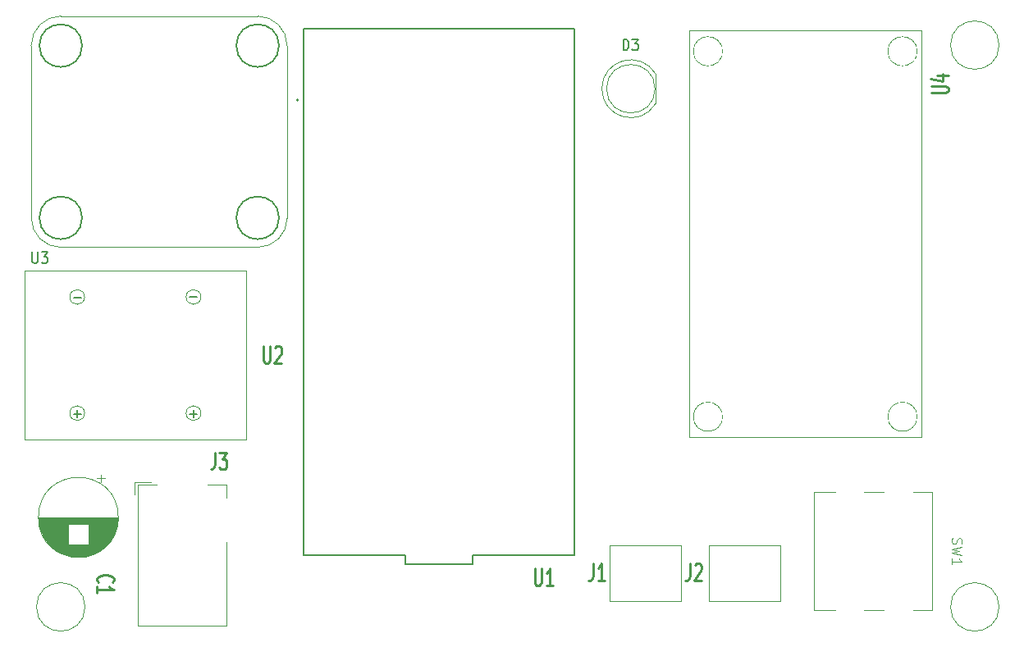
<source format=gbr>
%TF.GenerationSoftware,KiCad,Pcbnew,9.0.1*%
%TF.CreationDate,2025-07-20T02:37:13-05:00*%
%TF.ProjectId,Modulo CO2 de bus TM,4d6f6475-6c6f-4204-934f-322064652062,rev?*%
%TF.SameCoordinates,Original*%
%TF.FileFunction,Legend,Top*%
%TF.FilePolarity,Positive*%
%FSLAX46Y46*%
G04 Gerber Fmt 4.6, Leading zero omitted, Abs format (unit mm)*
G04 Created by KiCad (PCBNEW 9.0.1) date 2025-07-20 02:37:13*
%MOMM*%
%LPD*%
G01*
G04 APERTURE LIST*
%ADD10C,0.100000*%
%ADD11C,0.250000*%
%ADD12C,0.150000*%
%ADD13C,0.200000*%
%ADD14C,0.120000*%
%ADD15C,0.127000*%
%ADD16C,0.050000*%
G04 APERTURE END LIST*
D10*
X124000000Y-43500000D02*
G75*
G02*
X119000000Y-43500000I-2500000J0D01*
G01*
X119000000Y-43500000D02*
G75*
G02*
X124000000Y-43500000I2500000J0D01*
G01*
X29680000Y-101500000D02*
G75*
G02*
X24680000Y-101500000I-2500000J0D01*
G01*
X24680000Y-101500000D02*
G75*
G02*
X29680000Y-101500000I2500000J0D01*
G01*
X124000000Y-101500000D02*
G75*
G02*
X119000000Y-101500000I-2500000J0D01*
G01*
X119000000Y-101500000D02*
G75*
G02*
X124000000Y-101500000I2500000J0D01*
G01*
X119200200Y-94416667D02*
X119152580Y-94559524D01*
X119152580Y-94559524D02*
X119152580Y-94797619D01*
X119152580Y-94797619D02*
X119200200Y-94892857D01*
X119200200Y-94892857D02*
X119247819Y-94940476D01*
X119247819Y-94940476D02*
X119343057Y-94988095D01*
X119343057Y-94988095D02*
X119438295Y-94988095D01*
X119438295Y-94988095D02*
X119533533Y-94940476D01*
X119533533Y-94940476D02*
X119581152Y-94892857D01*
X119581152Y-94892857D02*
X119628771Y-94797619D01*
X119628771Y-94797619D02*
X119676390Y-94607143D01*
X119676390Y-94607143D02*
X119724009Y-94511905D01*
X119724009Y-94511905D02*
X119771628Y-94464286D01*
X119771628Y-94464286D02*
X119866866Y-94416667D01*
X119866866Y-94416667D02*
X119962104Y-94416667D01*
X119962104Y-94416667D02*
X120057342Y-94464286D01*
X120057342Y-94464286D02*
X120104961Y-94511905D01*
X120104961Y-94511905D02*
X120152580Y-94607143D01*
X120152580Y-94607143D02*
X120152580Y-94845238D01*
X120152580Y-94845238D02*
X120104961Y-94988095D01*
X120152580Y-95321429D02*
X119152580Y-95559524D01*
X119152580Y-95559524D02*
X119866866Y-95750000D01*
X119866866Y-95750000D02*
X119152580Y-95940476D01*
X119152580Y-95940476D02*
X120152580Y-96178572D01*
X119152580Y-97083333D02*
X119152580Y-96511905D01*
X119152580Y-96797619D02*
X120152580Y-96797619D01*
X120152580Y-96797619D02*
X120009723Y-96702381D01*
X120009723Y-96702381D02*
X119914485Y-96607143D01*
X119914485Y-96607143D02*
X119866866Y-96511905D01*
D11*
X43100000Y-85535836D02*
X43100000Y-86800122D01*
X43100000Y-86800122D02*
X43042857Y-87052979D01*
X43042857Y-87052979D02*
X42928571Y-87221551D01*
X42928571Y-87221551D02*
X42757143Y-87305836D01*
X42757143Y-87305836D02*
X42642857Y-87305836D01*
X43557143Y-85535836D02*
X44300000Y-85535836D01*
X44300000Y-85535836D02*
X43900000Y-86210122D01*
X43900000Y-86210122D02*
X44071429Y-86210122D01*
X44071429Y-86210122D02*
X44185715Y-86294408D01*
X44185715Y-86294408D02*
X44242857Y-86378693D01*
X44242857Y-86378693D02*
X44300000Y-86547265D01*
X44300000Y-86547265D02*
X44300000Y-86968693D01*
X44300000Y-86968693D02*
X44242857Y-87137265D01*
X44242857Y-87137265D02*
X44185715Y-87221551D01*
X44185715Y-87221551D02*
X44071429Y-87305836D01*
X44071429Y-87305836D02*
X43728572Y-87305836D01*
X43728572Y-87305836D02*
X43614286Y-87221551D01*
X43614286Y-87221551D02*
X43557143Y-87137265D01*
X76085714Y-97535836D02*
X76085714Y-98968693D01*
X76085714Y-98968693D02*
X76142857Y-99137265D01*
X76142857Y-99137265D02*
X76200000Y-99221551D01*
X76200000Y-99221551D02*
X76314285Y-99305836D01*
X76314285Y-99305836D02*
X76542857Y-99305836D01*
X76542857Y-99305836D02*
X76657142Y-99221551D01*
X76657142Y-99221551D02*
X76714285Y-99137265D01*
X76714285Y-99137265D02*
X76771428Y-98968693D01*
X76771428Y-98968693D02*
X76771428Y-97535836D01*
X77971428Y-99305836D02*
X77285714Y-99305836D01*
X77628571Y-99305836D02*
X77628571Y-97535836D01*
X77628571Y-97535836D02*
X77514285Y-97788693D01*
X77514285Y-97788693D02*
X77400000Y-97957265D01*
X77400000Y-97957265D02*
X77285714Y-98041551D01*
X48085714Y-74535836D02*
X48085714Y-75968693D01*
X48085714Y-75968693D02*
X48142857Y-76137265D01*
X48142857Y-76137265D02*
X48200000Y-76221551D01*
X48200000Y-76221551D02*
X48314285Y-76305836D01*
X48314285Y-76305836D02*
X48542857Y-76305836D01*
X48542857Y-76305836D02*
X48657142Y-76221551D01*
X48657142Y-76221551D02*
X48714285Y-76137265D01*
X48714285Y-76137265D02*
X48771428Y-75968693D01*
X48771428Y-75968693D02*
X48771428Y-74535836D01*
X49285714Y-74704408D02*
X49342857Y-74620122D01*
X49342857Y-74620122D02*
X49457143Y-74535836D01*
X49457143Y-74535836D02*
X49742857Y-74535836D01*
X49742857Y-74535836D02*
X49857143Y-74620122D01*
X49857143Y-74620122D02*
X49914285Y-74704408D01*
X49914285Y-74704408D02*
X49971428Y-74872979D01*
X49971428Y-74872979D02*
X49971428Y-75041551D01*
X49971428Y-75041551D02*
X49914285Y-75294408D01*
X49914285Y-75294408D02*
X49228571Y-76305836D01*
X49228571Y-76305836D02*
X49971428Y-76305836D01*
D12*
X28499048Y-69573866D02*
X29260953Y-69573866D01*
X40499048Y-81573866D02*
X41260953Y-81573866D01*
X40880000Y-81954819D02*
X40880000Y-81192914D01*
X28499048Y-81573866D02*
X29260953Y-81573866D01*
X28880000Y-81954819D02*
X28880000Y-81192914D01*
X40499048Y-69510366D02*
X41260953Y-69510366D01*
D13*
X85236905Y-44026238D02*
X85236905Y-42866238D01*
X85236905Y-42866238D02*
X85475000Y-42866238D01*
X85475000Y-42866238D02*
X85617857Y-42921476D01*
X85617857Y-42921476D02*
X85713095Y-43031952D01*
X85713095Y-43031952D02*
X85760714Y-43142428D01*
X85760714Y-43142428D02*
X85808333Y-43363380D01*
X85808333Y-43363380D02*
X85808333Y-43529095D01*
X85808333Y-43529095D02*
X85760714Y-43750047D01*
X85760714Y-43750047D02*
X85713095Y-43860523D01*
X85713095Y-43860523D02*
X85617857Y-43971000D01*
X85617857Y-43971000D02*
X85475000Y-44026238D01*
X85475000Y-44026238D02*
X85236905Y-44026238D01*
X86141667Y-42866238D02*
X86760714Y-42866238D01*
X86760714Y-42866238D02*
X86427381Y-43308142D01*
X86427381Y-43308142D02*
X86570238Y-43308142D01*
X86570238Y-43308142D02*
X86665476Y-43363380D01*
X86665476Y-43363380D02*
X86713095Y-43418619D01*
X86713095Y-43418619D02*
X86760714Y-43529095D01*
X86760714Y-43529095D02*
X86760714Y-43805285D01*
X86760714Y-43805285D02*
X86713095Y-43915761D01*
X86713095Y-43915761D02*
X86665476Y-43971000D01*
X86665476Y-43971000D02*
X86570238Y-44026238D01*
X86570238Y-44026238D02*
X86284524Y-44026238D01*
X86284524Y-44026238D02*
X86189286Y-43971000D01*
X86189286Y-43971000D02*
X86141667Y-43915761D01*
D11*
X92100000Y-97035836D02*
X92100000Y-98300122D01*
X92100000Y-98300122D02*
X92042857Y-98552979D01*
X92042857Y-98552979D02*
X91928571Y-98721551D01*
X91928571Y-98721551D02*
X91757143Y-98805836D01*
X91757143Y-98805836D02*
X91642857Y-98805836D01*
X92614286Y-97204408D02*
X92671429Y-97120122D01*
X92671429Y-97120122D02*
X92785715Y-97035836D01*
X92785715Y-97035836D02*
X93071429Y-97035836D01*
X93071429Y-97035836D02*
X93185715Y-97120122D01*
X93185715Y-97120122D02*
X93242857Y-97204408D01*
X93242857Y-97204408D02*
X93300000Y-97372979D01*
X93300000Y-97372979D02*
X93300000Y-97541551D01*
X93300000Y-97541551D02*
X93242857Y-97794408D01*
X93242857Y-97794408D02*
X92557143Y-98805836D01*
X92557143Y-98805836D02*
X93300000Y-98805836D01*
X82100000Y-97035836D02*
X82100000Y-98300122D01*
X82100000Y-98300122D02*
X82042857Y-98552979D01*
X82042857Y-98552979D02*
X81928571Y-98721551D01*
X81928571Y-98721551D02*
X81757143Y-98805836D01*
X81757143Y-98805836D02*
X81642857Y-98805836D01*
X83300000Y-98805836D02*
X82614286Y-98805836D01*
X82957143Y-98805836D02*
X82957143Y-97035836D01*
X82957143Y-97035836D02*
X82842857Y-97288693D01*
X82842857Y-97288693D02*
X82728572Y-97457265D01*
X82728572Y-97457265D02*
X82614286Y-97541551D01*
X117035836Y-48414285D02*
X118468693Y-48414285D01*
X118468693Y-48414285D02*
X118637265Y-48357142D01*
X118637265Y-48357142D02*
X118721551Y-48300000D01*
X118721551Y-48300000D02*
X118805836Y-48185714D01*
X118805836Y-48185714D02*
X118805836Y-47957142D01*
X118805836Y-47957142D02*
X118721551Y-47842857D01*
X118721551Y-47842857D02*
X118637265Y-47785714D01*
X118637265Y-47785714D02*
X118468693Y-47728571D01*
X118468693Y-47728571D02*
X117035836Y-47728571D01*
X117625836Y-46642857D02*
X118805836Y-46642857D01*
X116951551Y-46928571D02*
X118215836Y-47214285D01*
X118215836Y-47214285D02*
X118215836Y-46471428D01*
X31075734Y-98950000D02*
X30991449Y-98892857D01*
X30991449Y-98892857D02*
X30907163Y-98721429D01*
X30907163Y-98721429D02*
X30907163Y-98607143D01*
X30907163Y-98607143D02*
X30991449Y-98435714D01*
X30991449Y-98435714D02*
X31160020Y-98321429D01*
X31160020Y-98321429D02*
X31328591Y-98264286D01*
X31328591Y-98264286D02*
X31665734Y-98207143D01*
X31665734Y-98207143D02*
X31918591Y-98207143D01*
X31918591Y-98207143D02*
X32255734Y-98264286D01*
X32255734Y-98264286D02*
X32424306Y-98321429D01*
X32424306Y-98321429D02*
X32592877Y-98435714D01*
X32592877Y-98435714D02*
X32677163Y-98607143D01*
X32677163Y-98607143D02*
X32677163Y-98721429D01*
X32677163Y-98721429D02*
X32592877Y-98892857D01*
X32592877Y-98892857D02*
X32508591Y-98950000D01*
X30907163Y-100092857D02*
X30907163Y-99407143D01*
X30907163Y-99750000D02*
X32677163Y-99750000D01*
X32677163Y-99750000D02*
X32424306Y-99635714D01*
X32424306Y-99635714D02*
X32255734Y-99521429D01*
X32255734Y-99521429D02*
X32171449Y-99407143D01*
D13*
X24238095Y-64866238D02*
X24238095Y-65805285D01*
X24238095Y-65805285D02*
X24285714Y-65915761D01*
X24285714Y-65915761D02*
X24333333Y-65971000D01*
X24333333Y-65971000D02*
X24428571Y-66026238D01*
X24428571Y-66026238D02*
X24619047Y-66026238D01*
X24619047Y-66026238D02*
X24714285Y-65971000D01*
X24714285Y-65971000D02*
X24761904Y-65915761D01*
X24761904Y-65915761D02*
X24809523Y-65805285D01*
X24809523Y-65805285D02*
X24809523Y-64866238D01*
X25190476Y-64866238D02*
X25809523Y-64866238D01*
X25809523Y-64866238D02*
X25476190Y-65308142D01*
X25476190Y-65308142D02*
X25619047Y-65308142D01*
X25619047Y-65308142D02*
X25714285Y-65363380D01*
X25714285Y-65363380D02*
X25761904Y-65418619D01*
X25761904Y-65418619D02*
X25809523Y-65529095D01*
X25809523Y-65529095D02*
X25809523Y-65805285D01*
X25809523Y-65805285D02*
X25761904Y-65915761D01*
X25761904Y-65915761D02*
X25714285Y-65971000D01*
X25714285Y-65971000D02*
X25619047Y-66026238D01*
X25619047Y-66026238D02*
X25333333Y-66026238D01*
X25333333Y-66026238D02*
X25238095Y-65971000D01*
X25238095Y-65971000D02*
X25190476Y-65915761D01*
D14*
%TO.C,SW1*%
X117110000Y-89640000D02*
X115110000Y-89640000D01*
X117110000Y-89640000D02*
X117110000Y-101860000D01*
X112110000Y-89640000D02*
X110110000Y-89640000D01*
X107110000Y-89640000D02*
X104890000Y-89640000D01*
X117110000Y-101860000D02*
X115110000Y-101860000D01*
X112110000Y-101860000D02*
X110110000Y-101860000D01*
X107110000Y-101860000D02*
X104890000Y-101860000D01*
X104890000Y-101860000D02*
X104890000Y-89640000D01*
%TO.C,J3*%
X34800000Y-88600000D02*
X34800000Y-89900000D01*
X35100000Y-88900000D02*
X37100000Y-88900000D01*
X35100000Y-103400000D02*
X35100000Y-88900000D01*
X36500000Y-88600000D02*
X34800000Y-88600000D01*
X42300000Y-88900000D02*
X44300000Y-88900000D01*
X44300000Y-88900000D02*
X44300000Y-90200000D01*
X44300000Y-94800000D02*
X44300000Y-103400000D01*
X44300000Y-103400000D02*
X35100000Y-103400000D01*
D15*
%TO.C,U1*%
X52250000Y-41760000D02*
X80150000Y-41760000D01*
X52250000Y-96160000D02*
X52250000Y-41760000D01*
X62700000Y-96160000D02*
X52250000Y-96160000D01*
X62700000Y-96210000D02*
X62700000Y-97060000D01*
X62700000Y-97060000D02*
X69700000Y-97060000D01*
X69700000Y-97060000D02*
X69700000Y-96210000D01*
X80150000Y-41760000D02*
X80150000Y-96160000D01*
X80150000Y-96160000D02*
X69700000Y-96160000D01*
D13*
X51700000Y-49150000D02*
G75*
G02*
X51500000Y-49150000I-100000J0D01*
G01*
X51500000Y-49150000D02*
G75*
G02*
X51700000Y-49150000I100000J0D01*
G01*
%TO.C,U2*%
D10*
X23480000Y-66750000D02*
X46280000Y-66750000D01*
X46280000Y-84250000D01*
X23480000Y-84250000D01*
X23480000Y-66750000D01*
D14*
X29644641Y-69500000D02*
G75*
G02*
X28115359Y-69500000I-764641J0D01*
G01*
X28115359Y-69500000D02*
G75*
G02*
X29644641Y-69500000I764641J0D01*
G01*
X29644641Y-81500000D02*
G75*
G02*
X28115359Y-81500000I-764641J0D01*
G01*
X28115359Y-81500000D02*
G75*
G02*
X29644641Y-81500000I764641J0D01*
G01*
X41644641Y-69500000D02*
G75*
G02*
X40115359Y-69500000I-764641J0D01*
G01*
X40115359Y-69500000D02*
G75*
G02*
X41644641Y-69500000I764641J0D01*
G01*
X41644641Y-81500000D02*
G75*
G02*
X40115359Y-81500000I-764641J0D01*
G01*
X40115359Y-81500000D02*
G75*
G02*
X41644641Y-81500000I764641J0D01*
G01*
%TO.C,D3*%
X88565000Y-49545000D02*
X88565000Y-46455000D01*
X83015000Y-47999952D02*
G75*
G02*
X88565000Y-46455170I2990000J-48D01*
G01*
X88565000Y-49544830D02*
G75*
G02*
X83015000Y-48000048I-2560000J1544830D01*
G01*
X88505000Y-48000000D02*
G75*
G02*
X83505000Y-48000000I-2500000J0D01*
G01*
X83505000Y-48000000D02*
G75*
G02*
X88505000Y-48000000I2500000J0D01*
G01*
%TO.C,J2*%
D10*
X94050000Y-95125000D02*
X101450000Y-95125000D01*
X101450000Y-100875000D01*
X94050000Y-100875000D01*
X94050000Y-95125000D01*
%TO.C,J1*%
X83800000Y-95125000D02*
X91200000Y-95125000D01*
X91200000Y-100875000D01*
X83800000Y-100875000D01*
X83800000Y-95125000D01*
D14*
%TO.C,U4*%
X92000000Y-42000000D02*
X92000000Y-84000000D01*
X92000000Y-42000000D02*
X116000000Y-42000000D01*
X92000000Y-84000000D02*
X116000000Y-84000000D01*
X116000000Y-42000000D02*
X116000000Y-84000000D01*
D16*
X95460000Y-44130000D02*
G75*
G02*
X92460000Y-44130000I-1500000J0D01*
G01*
X92460000Y-44130000D02*
G75*
G02*
X95460000Y-44130000I1500000J0D01*
G01*
X95460000Y-81870000D02*
G75*
G02*
X92460000Y-81870000I-1500000J0D01*
G01*
X92460000Y-81870000D02*
G75*
G02*
X95460000Y-81870000I1500000J0D01*
G01*
X115540000Y-44130000D02*
G75*
G02*
X112540000Y-44130000I-1500000J0D01*
G01*
X112540000Y-44130000D02*
G75*
G02*
X115540000Y-44130000I1500000J0D01*
G01*
X115540000Y-81870000D02*
G75*
G02*
X112540000Y-81870000I-1500000J0D01*
G01*
X112540000Y-81870000D02*
G75*
G02*
X115540000Y-81870000I1500000J0D01*
G01*
D14*
%TO.C,C1*%
X27960000Y-92970000D02*
X24983000Y-92970000D01*
X27960000Y-93010000D02*
X24991000Y-93010000D01*
X27960000Y-93050000D02*
X24998000Y-93050000D01*
X27960000Y-93090000D02*
X25007000Y-93090000D01*
X27960000Y-93130000D02*
X25015000Y-93130000D01*
X27960000Y-93170000D02*
X25024000Y-93170000D01*
X27960000Y-93210000D02*
X25033000Y-93210000D01*
X27960000Y-93250000D02*
X25043000Y-93250000D01*
X27960000Y-93290000D02*
X25053000Y-93290000D01*
X27960000Y-93330000D02*
X25064000Y-93330000D01*
X27960000Y-93370000D02*
X25075000Y-93370000D01*
X27960000Y-93410000D02*
X25087000Y-93410000D01*
X27960000Y-93450000D02*
X25099000Y-93450000D01*
X27960000Y-93490000D02*
X25111000Y-93490000D01*
X27960000Y-93530000D02*
X25124000Y-93530000D01*
X27960000Y-93570000D02*
X25137000Y-93570000D01*
X27960000Y-93610000D02*
X25151000Y-93610000D01*
X27960000Y-93650000D02*
X25165000Y-93650000D01*
X27960000Y-93690000D02*
X25180000Y-93690000D01*
X27960000Y-93730000D02*
X25195000Y-93730000D01*
X27960000Y-93770000D02*
X25211000Y-93770000D01*
X27960000Y-93810000D02*
X25227000Y-93810000D01*
X27960000Y-93850000D02*
X25243000Y-93850000D01*
X27960000Y-93890000D02*
X25260000Y-93890000D01*
X27960000Y-93930000D02*
X25278000Y-93930000D01*
X27960000Y-93970000D02*
X25296000Y-93970000D01*
X27960000Y-94010000D02*
X25315000Y-94010000D01*
X27960000Y-94050000D02*
X25334000Y-94050000D01*
X27960000Y-94090000D02*
X25354000Y-94090000D01*
X27960000Y-94130000D02*
X25374000Y-94130000D01*
X27960000Y-94170000D02*
X25395000Y-94170000D01*
X27960000Y-94210000D02*
X25416000Y-94210000D01*
X27960000Y-94250000D02*
X25438000Y-94250000D01*
X27960000Y-94290000D02*
X25461000Y-94290000D01*
X27960000Y-94330000D02*
X25484000Y-94330000D01*
X27960000Y-94370000D02*
X25507000Y-94370000D01*
X27960000Y-94410000D02*
X25532000Y-94410000D01*
X27960000Y-94450000D02*
X25557000Y-94450000D01*
X27960000Y-94490000D02*
X25582000Y-94490000D01*
X27960000Y-94530000D02*
X25608000Y-94530000D01*
X27960000Y-94570000D02*
X25635000Y-94570000D01*
X27960000Y-94610000D02*
X25663000Y-94610000D01*
X27960000Y-94650000D02*
X25691000Y-94650000D01*
X27960000Y-94690000D02*
X25720000Y-94690000D01*
X27960000Y-94730000D02*
X25750000Y-94730000D01*
X27960000Y-94770000D02*
X25781000Y-94770000D01*
X27960000Y-94810000D02*
X25812000Y-94810000D01*
X27960000Y-94850000D02*
X25844000Y-94850000D01*
X27960000Y-94890000D02*
X25877000Y-94890000D01*
X27960000Y-94930000D02*
X25911000Y-94930000D01*
X27960000Y-94970000D02*
X25945000Y-94970000D01*
X27960000Y-95010000D02*
X25981000Y-95010000D01*
X29533000Y-96330000D02*
X28467000Y-96330000D01*
X29768000Y-96290000D02*
X28232000Y-96290000D01*
X29947000Y-96250000D02*
X28053000Y-96250000D01*
X30097000Y-96210000D02*
X27903000Y-96210000D01*
X30228000Y-96170000D02*
X27772000Y-96170000D01*
X30346000Y-96130000D02*
X27654000Y-96130000D01*
X30453000Y-96090000D02*
X27547000Y-96090000D01*
X30552000Y-96050000D02*
X27448000Y-96050000D01*
X30644000Y-96010000D02*
X27356000Y-96010000D01*
X30731000Y-95970000D02*
X27269000Y-95970000D01*
X30813000Y-95930000D02*
X27187000Y-95930000D01*
X30890000Y-95890000D02*
X27110000Y-95890000D01*
X30964000Y-95850000D02*
X27036000Y-95850000D01*
X31034000Y-95810000D02*
X26966000Y-95810000D01*
X31101000Y-95770000D02*
X26899000Y-95770000D01*
X31165000Y-95730000D02*
X26835000Y-95730000D01*
X31227000Y-95690000D02*
X26773000Y-95690000D01*
X31287000Y-95650000D02*
X26713000Y-95650000D01*
X31315000Y-87840302D02*
X31315000Y-88640302D01*
X31344000Y-95610000D02*
X26656000Y-95610000D01*
X31400000Y-95570000D02*
X26600000Y-95570000D01*
X31453000Y-95530000D02*
X26547000Y-95530000D01*
X31505000Y-95490000D02*
X26495000Y-95490000D01*
X31555000Y-95450000D02*
X26445000Y-95450000D01*
X31604000Y-95410000D02*
X26396000Y-95410000D01*
X31651000Y-95370000D02*
X26349000Y-95370000D01*
X31696000Y-95330000D02*
X26304000Y-95330000D01*
X31715000Y-88240302D02*
X30915000Y-88240302D01*
X31741000Y-95290000D02*
X26259000Y-95290000D01*
X31784000Y-95250000D02*
X26216000Y-95250000D01*
X31826000Y-95210000D02*
X26174000Y-95210000D01*
X31867000Y-95170000D02*
X26133000Y-95170000D01*
X31906000Y-95130000D02*
X26094000Y-95130000D01*
X31945000Y-95090000D02*
X26055000Y-95090000D01*
X31982000Y-95050000D02*
X26018000Y-95050000D01*
X32019000Y-95010000D02*
X30040000Y-95010000D01*
X32055000Y-94970000D02*
X30040000Y-94970000D01*
X32089000Y-94930000D02*
X30040000Y-94930000D01*
X32123000Y-94890000D02*
X30040000Y-94890000D01*
X32156000Y-94850000D02*
X30040000Y-94850000D01*
X32188000Y-94810000D02*
X30040000Y-94810000D01*
X32219000Y-94770000D02*
X30040000Y-94770000D01*
X32250000Y-94730000D02*
X30040000Y-94730000D01*
X32280000Y-94690000D02*
X30040000Y-94690000D01*
X32309000Y-94650000D02*
X30040000Y-94650000D01*
X32337000Y-94610000D02*
X30040000Y-94610000D01*
X32365000Y-94570000D02*
X30040000Y-94570000D01*
X32392000Y-94530000D02*
X30040000Y-94530000D01*
X32418000Y-94490000D02*
X30040000Y-94490000D01*
X32443000Y-94450000D02*
X30040000Y-94450000D01*
X32468000Y-94410000D02*
X30040000Y-94410000D01*
X32493000Y-94370000D02*
X30040000Y-94370000D01*
X32516000Y-94330000D02*
X30040000Y-94330000D01*
X32539000Y-94290000D02*
X30040000Y-94290000D01*
X32562000Y-94250000D02*
X30040000Y-94250000D01*
X32584000Y-94210000D02*
X30040000Y-94210000D01*
X32605000Y-94170000D02*
X30040000Y-94170000D01*
X32626000Y-94130000D02*
X30040000Y-94130000D01*
X32646000Y-94090000D02*
X30040000Y-94090000D01*
X32666000Y-94050000D02*
X30040000Y-94050000D01*
X32685000Y-94010000D02*
X30040000Y-94010000D01*
X32704000Y-93970000D02*
X30040000Y-93970000D01*
X32722000Y-93930000D02*
X30040000Y-93930000D01*
X32740000Y-93890000D02*
X30040000Y-93890000D01*
X32757000Y-93850000D02*
X30040000Y-93850000D01*
X32773000Y-93810000D02*
X30040000Y-93810000D01*
X32789000Y-93770000D02*
X30040000Y-93770000D01*
X32805000Y-93730000D02*
X30040000Y-93730000D01*
X32820000Y-93690000D02*
X30040000Y-93690000D01*
X32835000Y-93650000D02*
X30040000Y-93650000D01*
X32849000Y-93610000D02*
X30040000Y-93610000D01*
X32863000Y-93570000D02*
X30040000Y-93570000D01*
X32876000Y-93530000D02*
X30040000Y-93530000D01*
X32889000Y-93490000D02*
X30040000Y-93490000D01*
X32901000Y-93450000D02*
X30040000Y-93450000D01*
X32913000Y-93410000D02*
X30040000Y-93410000D01*
X32925000Y-93370000D02*
X30040000Y-93370000D01*
X32936000Y-93330000D02*
X30040000Y-93330000D01*
X32947000Y-93290000D02*
X30040000Y-93290000D01*
X32957000Y-93250000D02*
X30040000Y-93250000D01*
X32967000Y-93210000D02*
X30040000Y-93210000D01*
X32976000Y-93170000D02*
X30040000Y-93170000D01*
X32985000Y-93130000D02*
X30040000Y-93130000D01*
X32993000Y-93090000D02*
X30040000Y-93090000D01*
X33002000Y-93050000D02*
X30040000Y-93050000D01*
X33009000Y-93010000D02*
X30040000Y-93010000D01*
X33017000Y-92970000D02*
X30040000Y-92970000D01*
X33023000Y-92930000D02*
X24977000Y-92930000D01*
X33030000Y-92890000D02*
X24970000Y-92890000D01*
X33036000Y-92850000D02*
X24964000Y-92850000D01*
X33042000Y-92810000D02*
X24958000Y-92810000D01*
X33047000Y-92770000D02*
X24953000Y-92770000D01*
X33052000Y-92730000D02*
X24948000Y-92730000D01*
X33056000Y-92690000D02*
X24944000Y-92690000D01*
X33061000Y-92650000D02*
X24939000Y-92650000D01*
X33064000Y-92610000D02*
X24936000Y-92610000D01*
X33068000Y-92570000D02*
X24932000Y-92570000D01*
X33070000Y-92530000D02*
X24930000Y-92530000D01*
X33073000Y-92490000D02*
X24927000Y-92490000D01*
X33075000Y-92450000D02*
X24925000Y-92450000D01*
X33077000Y-92410000D02*
X24923000Y-92410000D01*
X33078000Y-92370000D02*
X24922000Y-92370000D01*
X33079000Y-92330000D02*
X24921000Y-92330000D01*
X33080000Y-92250000D02*
X24920000Y-92250000D01*
X33080000Y-92290000D02*
X24920000Y-92290000D01*
X33120000Y-92250000D02*
G75*
G02*
X24880000Y-92250000I-4120000J0D01*
G01*
X24880000Y-92250000D02*
G75*
G02*
X33120000Y-92250000I4120000J0D01*
G01*
D10*
%TO.C,U3*%
X24140000Y-61320000D02*
X24140000Y-43540000D01*
X27180000Y-40500000D02*
X47500000Y-40500000D01*
X27180000Y-64360000D02*
X47500000Y-64360000D01*
X50549612Y-61320000D02*
X50549612Y-43540000D01*
X24130016Y-43539967D02*
G75*
G02*
X27190033Y-40500016I3049984J-10033D01*
G01*
X27180000Y-64370016D02*
G75*
G02*
X24139984Y-61330000I0J3040016D01*
G01*
X47500000Y-40500372D02*
G75*
G02*
X50549628Y-43550000I0J-3049628D01*
G01*
X50549612Y-61320000D02*
G75*
G02*
X47510000Y-64379612I-3049612J-10000D01*
G01*
D13*
X29380000Y-43550000D02*
G75*
G02*
X24980000Y-43550000I-2200000J0D01*
G01*
X24980000Y-43550000D02*
G75*
G02*
X29380000Y-43550000I2200000J0D01*
G01*
X29380000Y-61330000D02*
G75*
G02*
X24980000Y-61330000I-2200000J0D01*
G01*
X24980000Y-61330000D02*
G75*
G02*
X29380000Y-61330000I2200000J0D01*
G01*
X49700000Y-43550000D02*
G75*
G02*
X45300000Y-43550000I-2200000J0D01*
G01*
X45300000Y-43550000D02*
G75*
G02*
X49700000Y-43550000I2200000J0D01*
G01*
X49700000Y-61330000D02*
G75*
G02*
X45300000Y-61330000I-2200000J0D01*
G01*
X45300000Y-61330000D02*
G75*
G02*
X49700000Y-61330000I2200000J0D01*
G01*
%TD*%
%LPC*%
G36*
X108770797Y-100422051D02*
G01*
X108943913Y-100478300D01*
X109106098Y-100560937D01*
X109253360Y-100667929D01*
X109382071Y-100796640D01*
X109489063Y-100943902D01*
X109571700Y-101106087D01*
X109627949Y-101279203D01*
X109656424Y-101458987D01*
X109660000Y-101550000D01*
X109660000Y-102450000D01*
X109656424Y-102541013D01*
X109627949Y-102720797D01*
X109571700Y-102893913D01*
X109489063Y-103056098D01*
X109382071Y-103203360D01*
X109253360Y-103332071D01*
X109106098Y-103439063D01*
X108943913Y-103521700D01*
X108770797Y-103577949D01*
X108591013Y-103606424D01*
X108408987Y-103606424D01*
X108229203Y-103577949D01*
X108056087Y-103521700D01*
X107893902Y-103439063D01*
X107746640Y-103332071D01*
X107617929Y-103203360D01*
X107510937Y-103056098D01*
X107428300Y-102893913D01*
X107372051Y-102720797D01*
X107343576Y-102541013D01*
X107340000Y-102450000D01*
X107340000Y-101550000D01*
X107343576Y-101458987D01*
X107372051Y-101279203D01*
X107428300Y-101106087D01*
X107510937Y-100943902D01*
X107617929Y-100796640D01*
X107746640Y-100667929D01*
X107893902Y-100560937D01*
X108056087Y-100478300D01*
X108229203Y-100422051D01*
X108408987Y-100393576D01*
X108591013Y-100393576D01*
X108770797Y-100422051D01*
G37*
G36*
X113770797Y-100422051D02*
G01*
X113943913Y-100478300D01*
X114106098Y-100560937D01*
X114253360Y-100667929D01*
X114382071Y-100796640D01*
X114489063Y-100943902D01*
X114571700Y-101106087D01*
X114627949Y-101279203D01*
X114656424Y-101458987D01*
X114660000Y-101550000D01*
X114660000Y-102450000D01*
X114656424Y-102541013D01*
X114627949Y-102720797D01*
X114571700Y-102893913D01*
X114489063Y-103056098D01*
X114382071Y-103203360D01*
X114253360Y-103332071D01*
X114106098Y-103439063D01*
X113943913Y-103521700D01*
X113770797Y-103577949D01*
X113591013Y-103606424D01*
X113408987Y-103606424D01*
X113229203Y-103577949D01*
X113056087Y-103521700D01*
X112893902Y-103439063D01*
X112746640Y-103332071D01*
X112617929Y-103203360D01*
X112510937Y-103056098D01*
X112428300Y-102893913D01*
X112372051Y-102720797D01*
X112343576Y-102541013D01*
X112340000Y-102450000D01*
X112340000Y-101550000D01*
X112343576Y-101458987D01*
X112372051Y-101279203D01*
X112428300Y-101106087D01*
X112510937Y-100943902D01*
X112617929Y-100796640D01*
X112746640Y-100667929D01*
X112893902Y-100560937D01*
X113056087Y-100478300D01*
X113229203Y-100422051D01*
X113408987Y-100393576D01*
X113591013Y-100393576D01*
X113770797Y-100422051D01*
G37*
G36*
X27570181Y-99538429D02*
G01*
X27822879Y-99606140D01*
X28064577Y-99706255D01*
X28291140Y-99837061D01*
X28498692Y-99996320D01*
X28683680Y-100181308D01*
X28842939Y-100388860D01*
X28973745Y-100615423D01*
X29073860Y-100857121D01*
X29141571Y-101109819D01*
X29175718Y-101369194D01*
X29175718Y-101630806D01*
X29141571Y-101890181D01*
X29073860Y-102142879D01*
X28973745Y-102384577D01*
X28842939Y-102611140D01*
X28683680Y-102818692D01*
X28498692Y-103003680D01*
X28291140Y-103162939D01*
X28064577Y-103293745D01*
X27822879Y-103393860D01*
X27570181Y-103461571D01*
X27310806Y-103495718D01*
X27049194Y-103495718D01*
X26789819Y-103461571D01*
X26537121Y-103393860D01*
X26295423Y-103293745D01*
X26068860Y-103162939D01*
X25861308Y-103003680D01*
X25676320Y-102818692D01*
X25517061Y-102611140D01*
X25386255Y-102384577D01*
X25286140Y-102142879D01*
X25218429Y-101890181D01*
X25184282Y-101630806D01*
X25184282Y-101369194D01*
X25218429Y-101109819D01*
X25286140Y-100857121D01*
X25386255Y-100615423D01*
X25517061Y-100388860D01*
X25676320Y-100181308D01*
X25861308Y-99996320D01*
X26068860Y-99837061D01*
X26295423Y-99706255D01*
X26537121Y-99606140D01*
X26789819Y-99538429D01*
X27049194Y-99504282D01*
X27310806Y-99504282D01*
X27570181Y-99538429D01*
G37*
G36*
X121890181Y-99538429D02*
G01*
X122142879Y-99606140D01*
X122384577Y-99706255D01*
X122611140Y-99837061D01*
X122818692Y-99996320D01*
X123003680Y-100181308D01*
X123162939Y-100388860D01*
X123293745Y-100615423D01*
X123393860Y-100857121D01*
X123461571Y-101109819D01*
X123495718Y-101369194D01*
X123495718Y-101630806D01*
X123461571Y-101890181D01*
X123393860Y-102142879D01*
X123293745Y-102384577D01*
X123162939Y-102611140D01*
X123003680Y-102818692D01*
X122818692Y-103003680D01*
X122611140Y-103162939D01*
X122384577Y-103293745D01*
X122142879Y-103393860D01*
X121890181Y-103461571D01*
X121630806Y-103495718D01*
X121369194Y-103495718D01*
X121109819Y-103461571D01*
X120857121Y-103393860D01*
X120615423Y-103293745D01*
X120388860Y-103162939D01*
X120181308Y-103003680D01*
X119996320Y-102818692D01*
X119837061Y-102611140D01*
X119706255Y-102384577D01*
X119606140Y-102142879D01*
X119538429Y-101890181D01*
X119504282Y-101630806D01*
X119504282Y-101369194D01*
X119538429Y-101109819D01*
X119606140Y-100857121D01*
X119706255Y-100615423D01*
X119837061Y-100388860D01*
X119996320Y-100181308D01*
X120181308Y-99996320D01*
X120388860Y-99837061D01*
X120615423Y-99706255D01*
X120857121Y-99606140D01*
X121109819Y-99538429D01*
X121369194Y-99504282D01*
X121630806Y-99504282D01*
X121890181Y-99538429D01*
G37*
G36*
X86779232Y-97615616D02*
G01*
X86845123Y-97621795D01*
X86861876Y-97627657D01*
X86884854Y-97631005D01*
X86918624Y-97647514D01*
X86954635Y-97660115D01*
X86974717Y-97674936D01*
X86998715Y-97686668D01*
X87021537Y-97709490D01*
X87046837Y-97728162D01*
X87065508Y-97753461D01*
X87088332Y-97776285D01*
X87100063Y-97800283D01*
X87114884Y-97820364D01*
X87127482Y-97856369D01*
X87143995Y-97890146D01*
X87147343Y-97913129D01*
X87153203Y-97929875D01*
X87159380Y-97995746D01*
X87160000Y-98000000D01*
X87160000Y-99050000D01*
X87159380Y-99054251D01*
X87153204Y-99120123D01*
X87147343Y-99136871D01*
X87143995Y-99159854D01*
X87127482Y-99193631D01*
X87114884Y-99229635D01*
X87100065Y-99249713D01*
X87088332Y-99273715D01*
X87065505Y-99296541D01*
X87046837Y-99321837D01*
X87021541Y-99340505D01*
X86998715Y-99363332D01*
X86974713Y-99375065D01*
X86954635Y-99389884D01*
X86918633Y-99402481D01*
X86884854Y-99418995D01*
X86861868Y-99422343D01*
X86845124Y-99428203D01*
X86779255Y-99434380D01*
X86775000Y-99435000D01*
X85725000Y-99435000D01*
X85720749Y-99434380D01*
X85654876Y-99428204D01*
X85638126Y-99422343D01*
X85615146Y-99418995D01*
X85581370Y-99402483D01*
X85545364Y-99389884D01*
X85525283Y-99375063D01*
X85501285Y-99363332D01*
X85478461Y-99340508D01*
X85453162Y-99321837D01*
X85434490Y-99296537D01*
X85411668Y-99273715D01*
X85399936Y-99249717D01*
X85385115Y-99229635D01*
X85372515Y-99193626D01*
X85356005Y-99159854D01*
X85352656Y-99136873D01*
X85346796Y-99120124D01*
X85340617Y-99054235D01*
X85340000Y-99050000D01*
X85340000Y-98000000D01*
X85340616Y-97995769D01*
X85346795Y-97929876D01*
X85352657Y-97913121D01*
X85356005Y-97890146D01*
X85372513Y-97856377D01*
X85385115Y-97820364D01*
X85399938Y-97800279D01*
X85411668Y-97776285D01*
X85434487Y-97753465D01*
X85453162Y-97728162D01*
X85478465Y-97709487D01*
X85501285Y-97686668D01*
X85525279Y-97674938D01*
X85545364Y-97660115D01*
X85581376Y-97647513D01*
X85615146Y-97631005D01*
X85638124Y-97627657D01*
X85654875Y-97621796D01*
X85720765Y-97615616D01*
X85725000Y-97615000D01*
X86775000Y-97615000D01*
X86779232Y-97615616D01*
G37*
G36*
X97029232Y-97615616D02*
G01*
X97095123Y-97621795D01*
X97111876Y-97627657D01*
X97134854Y-97631005D01*
X97168624Y-97647514D01*
X97204635Y-97660115D01*
X97224717Y-97674936D01*
X97248715Y-97686668D01*
X97271537Y-97709490D01*
X97296837Y-97728162D01*
X97315508Y-97753461D01*
X97338332Y-97776285D01*
X97350063Y-97800283D01*
X97364884Y-97820364D01*
X97377482Y-97856369D01*
X97393995Y-97890146D01*
X97397343Y-97913129D01*
X97403203Y-97929875D01*
X97409380Y-97995746D01*
X97410000Y-98000000D01*
X97410000Y-99050000D01*
X97409380Y-99054251D01*
X97403204Y-99120123D01*
X97397343Y-99136871D01*
X97393995Y-99159854D01*
X97377482Y-99193631D01*
X97364884Y-99229635D01*
X97350065Y-99249713D01*
X97338332Y-99273715D01*
X97315505Y-99296541D01*
X97296837Y-99321837D01*
X97271541Y-99340505D01*
X97248715Y-99363332D01*
X97224713Y-99375065D01*
X97204635Y-99389884D01*
X97168633Y-99402481D01*
X97134854Y-99418995D01*
X97111868Y-99422343D01*
X97095124Y-99428203D01*
X97029255Y-99434380D01*
X97025000Y-99435000D01*
X95975000Y-99435000D01*
X95970749Y-99434380D01*
X95904876Y-99428204D01*
X95888126Y-99422343D01*
X95865146Y-99418995D01*
X95831370Y-99402483D01*
X95795364Y-99389884D01*
X95775283Y-99375063D01*
X95751285Y-99363332D01*
X95728461Y-99340508D01*
X95703162Y-99321837D01*
X95684490Y-99296537D01*
X95661668Y-99273715D01*
X95649936Y-99249717D01*
X95635115Y-99229635D01*
X95622515Y-99193626D01*
X95606005Y-99159854D01*
X95602656Y-99136873D01*
X95596796Y-99120124D01*
X95590617Y-99054235D01*
X95590000Y-99050000D01*
X95590000Y-98000000D01*
X95590616Y-97995769D01*
X95596795Y-97929876D01*
X95602657Y-97913121D01*
X95606005Y-97890146D01*
X95622513Y-97856377D01*
X95635115Y-97820364D01*
X95649938Y-97800279D01*
X95661668Y-97776285D01*
X95684487Y-97753465D01*
X95703162Y-97728162D01*
X95728465Y-97709487D01*
X95751285Y-97686668D01*
X95775279Y-97674938D01*
X95795364Y-97660115D01*
X95831376Y-97647513D01*
X95865146Y-97631005D01*
X95888124Y-97627657D01*
X95904875Y-97621796D01*
X95970765Y-97615616D01*
X95975000Y-97615000D01*
X97025000Y-97615000D01*
X97029232Y-97615616D01*
G37*
G36*
X89014159Y-97654184D02*
G01*
X89178971Y-97722452D01*
X89327298Y-97821560D01*
X89453440Y-97947702D01*
X89552548Y-98096029D01*
X89620816Y-98260841D01*
X89655618Y-98435804D01*
X89655618Y-98614196D01*
X89620816Y-98789159D01*
X89552548Y-98953971D01*
X89453440Y-99102298D01*
X89327298Y-99228440D01*
X89178971Y-99327548D01*
X89014159Y-99395816D01*
X88839196Y-99430618D01*
X88660804Y-99430618D01*
X88485841Y-99395816D01*
X88321029Y-99327548D01*
X88172702Y-99228440D01*
X88046560Y-99102298D01*
X87947452Y-98953971D01*
X87879184Y-98789159D01*
X87844382Y-98614196D01*
X87844382Y-98435804D01*
X87879184Y-98260841D01*
X87947452Y-98096029D01*
X88046560Y-97947702D01*
X88172702Y-97821560D01*
X88321029Y-97722452D01*
X88485841Y-97654184D01*
X88660804Y-97619382D01*
X88839196Y-97619382D01*
X89014159Y-97654184D01*
G37*
G36*
X99264159Y-97654184D02*
G01*
X99428971Y-97722452D01*
X99577298Y-97821560D01*
X99703440Y-97947702D01*
X99802548Y-98096029D01*
X99870816Y-98260841D01*
X99905618Y-98435804D01*
X99905618Y-98614196D01*
X99870816Y-98789159D01*
X99802548Y-98953971D01*
X99703440Y-99102298D01*
X99577298Y-99228440D01*
X99428971Y-99327548D01*
X99264159Y-99395816D01*
X99089196Y-99430618D01*
X98910804Y-99430618D01*
X98735841Y-99395816D01*
X98571029Y-99327548D01*
X98422702Y-99228440D01*
X98296560Y-99102298D01*
X98197452Y-98953971D01*
X98129184Y-98789159D01*
X98094382Y-98614196D01*
X98094382Y-98435804D01*
X98129184Y-98260841D01*
X98197452Y-98096029D01*
X98296560Y-97947702D01*
X98422702Y-97821560D01*
X98571029Y-97722452D01*
X98735841Y-97654184D01*
X98910804Y-97619382D01*
X99089196Y-97619382D01*
X99264159Y-97654184D01*
G37*
G36*
X40891013Y-94743576D02*
G01*
X41070797Y-94772051D01*
X41243913Y-94828300D01*
X41406098Y-94910937D01*
X41553360Y-95017929D01*
X41682071Y-95146640D01*
X41789063Y-95293902D01*
X41871700Y-95456087D01*
X41927949Y-95629203D01*
X41956424Y-95808987D01*
X41956424Y-95991013D01*
X41927949Y-96170797D01*
X41871700Y-96343913D01*
X41789063Y-96506098D01*
X41682071Y-96653360D01*
X41553360Y-96782071D01*
X41406098Y-96889063D01*
X41243913Y-96971700D01*
X41070797Y-97027949D01*
X40891013Y-97056424D01*
X40800000Y-97060000D01*
X40799030Y-97060000D01*
X38600970Y-97060000D01*
X38600000Y-97060000D01*
X38508987Y-97056424D01*
X38329203Y-97027949D01*
X38156087Y-96971700D01*
X37993902Y-96889063D01*
X37846640Y-96782071D01*
X37717929Y-96653360D01*
X37610937Y-96506098D01*
X37528300Y-96343913D01*
X37472051Y-96170797D01*
X37443576Y-95991013D01*
X37443576Y-95808987D01*
X37472051Y-95629203D01*
X37528300Y-95456087D01*
X37610937Y-95293902D01*
X37717929Y-95146640D01*
X37846640Y-95017929D01*
X37993902Y-94910937D01*
X38156087Y-94828300D01*
X38329203Y-94772051D01*
X38508987Y-94743576D01*
X38600000Y-94740000D01*
X40800000Y-94740000D01*
X40891013Y-94743576D01*
G37*
G36*
X106593778Y-94695104D02*
G01*
X106603898Y-94695104D01*
X106643438Y-94702969D01*
X106747411Y-94719436D01*
X106780855Y-94730302D01*
X106807702Y-94735643D01*
X106845591Y-94751337D01*
X106905583Y-94770830D01*
X106961783Y-94799465D01*
X106999681Y-94815163D01*
X107022446Y-94830374D01*
X107053769Y-94846334D01*
X107138927Y-94908205D01*
X107172457Y-94930609D01*
X107179612Y-94937764D01*
X107188312Y-94944085D01*
X107305914Y-95061687D01*
X107312234Y-95070386D01*
X107319391Y-95077543D01*
X107341797Y-95111076D01*
X107403665Y-95196230D01*
X107419623Y-95227550D01*
X107434837Y-95250319D01*
X107450536Y-95288221D01*
X107479169Y-95344416D01*
X107498659Y-95404401D01*
X107514357Y-95442298D01*
X107519698Y-95469150D01*
X107530563Y-95502588D01*
X107547029Y-95606555D01*
X107554896Y-95646102D01*
X107554896Y-95656221D01*
X107556578Y-95666841D01*
X107556578Y-95833158D01*
X107554896Y-95843777D01*
X107554896Y-95853898D01*
X107547029Y-95893447D01*
X107530563Y-95997411D01*
X107519698Y-96030847D01*
X107514357Y-96057702D01*
X107498658Y-96095602D01*
X107479169Y-96155583D01*
X107450538Y-96211773D01*
X107434837Y-96249681D01*
X107419621Y-96272452D01*
X107403665Y-96303769D01*
X107341806Y-96388910D01*
X107319391Y-96422457D01*
X107312232Y-96429615D01*
X107305914Y-96438312D01*
X107188312Y-96555914D01*
X107179615Y-96562232D01*
X107172457Y-96569391D01*
X107138910Y-96591806D01*
X107053769Y-96653665D01*
X107022452Y-96669621D01*
X106999681Y-96684837D01*
X106961773Y-96700538D01*
X106905583Y-96729169D01*
X106845602Y-96748658D01*
X106807702Y-96764357D01*
X106780847Y-96769698D01*
X106747411Y-96780563D01*
X106643447Y-96797029D01*
X106603898Y-96804896D01*
X106593778Y-96804896D01*
X106583158Y-96806578D01*
X106416842Y-96806578D01*
X106406222Y-96804896D01*
X106396102Y-96804896D01*
X106356553Y-96797029D01*
X106252588Y-96780563D01*
X106219150Y-96769698D01*
X106192298Y-96764357D01*
X106154401Y-96748659D01*
X106094416Y-96729169D01*
X106038221Y-96700536D01*
X106000319Y-96684837D01*
X105977550Y-96669623D01*
X105946230Y-96653665D01*
X105861076Y-96591797D01*
X105827543Y-96569391D01*
X105820386Y-96562234D01*
X105811687Y-96555914D01*
X105694085Y-96438312D01*
X105687764Y-96429612D01*
X105680609Y-96422457D01*
X105658205Y-96388927D01*
X105596334Y-96303769D01*
X105580374Y-96272446D01*
X105565163Y-96249681D01*
X105549465Y-96211783D01*
X105520830Y-96155583D01*
X105501337Y-96095591D01*
X105485643Y-96057702D01*
X105480302Y-96030855D01*
X105469436Y-95997411D01*
X105452969Y-95893438D01*
X105445104Y-95853898D01*
X105445104Y-95843778D01*
X105443422Y-95833158D01*
X105443422Y-95666841D01*
X105445104Y-95656220D01*
X105445104Y-95646102D01*
X105452968Y-95606565D01*
X105469436Y-95502588D01*
X105480303Y-95469142D01*
X105485643Y-95442298D01*
X105501335Y-95404412D01*
X105520830Y-95344416D01*
X105549467Y-95288210D01*
X105565163Y-95250319D01*
X105580372Y-95227556D01*
X105596334Y-95196230D01*
X105658213Y-95111059D01*
X105680609Y-95077543D01*
X105687761Y-95070390D01*
X105694085Y-95061687D01*
X105811687Y-94944085D01*
X105820390Y-94937761D01*
X105827543Y-94930609D01*
X105861059Y-94908213D01*
X105946230Y-94846334D01*
X105977556Y-94830372D01*
X106000319Y-94815163D01*
X106038210Y-94799467D01*
X106094416Y-94770830D01*
X106154412Y-94751335D01*
X106192298Y-94735643D01*
X106219142Y-94730303D01*
X106252588Y-94719436D01*
X106356562Y-94702968D01*
X106396102Y-94695104D01*
X106406222Y-94695104D01*
X106416842Y-94693422D01*
X106583158Y-94693422D01*
X106593778Y-94695104D01*
G37*
G36*
X115593778Y-94695104D02*
G01*
X115603898Y-94695104D01*
X115643438Y-94702969D01*
X115747411Y-94719436D01*
X115780855Y-94730302D01*
X115807702Y-94735643D01*
X115845591Y-94751337D01*
X115905583Y-94770830D01*
X115961783Y-94799465D01*
X115999681Y-94815163D01*
X116022446Y-94830374D01*
X116053769Y-94846334D01*
X116138927Y-94908205D01*
X116172457Y-94930609D01*
X116179612Y-94937764D01*
X116188312Y-94944085D01*
X116305914Y-95061687D01*
X116312234Y-95070386D01*
X116319391Y-95077543D01*
X116341797Y-95111076D01*
X116403665Y-95196230D01*
X116419623Y-95227550D01*
X116434837Y-95250319D01*
X116450536Y-95288221D01*
X116479169Y-95344416D01*
X116498659Y-95404401D01*
X116514357Y-95442298D01*
X116519698Y-95469150D01*
X116530563Y-95502588D01*
X116547029Y-95606555D01*
X116554896Y-95646102D01*
X116554896Y-95656221D01*
X116556578Y-95666841D01*
X116556578Y-95833158D01*
X116554896Y-95843777D01*
X116554896Y-95853898D01*
X116547029Y-95893447D01*
X116530563Y-95997411D01*
X116519698Y-96030847D01*
X116514357Y-96057702D01*
X116498658Y-96095602D01*
X116479169Y-96155583D01*
X116450538Y-96211773D01*
X116434837Y-96249681D01*
X116419621Y-96272452D01*
X116403665Y-96303769D01*
X116341806Y-96388910D01*
X116319391Y-96422457D01*
X116312232Y-96429615D01*
X116305914Y-96438312D01*
X116188312Y-96555914D01*
X116179615Y-96562232D01*
X116172457Y-96569391D01*
X116138910Y-96591806D01*
X116053769Y-96653665D01*
X116022452Y-96669621D01*
X115999681Y-96684837D01*
X115961773Y-96700538D01*
X115905583Y-96729169D01*
X115845602Y-96748658D01*
X115807702Y-96764357D01*
X115780847Y-96769698D01*
X115747411Y-96780563D01*
X115643447Y-96797029D01*
X115603898Y-96804896D01*
X115593778Y-96804896D01*
X115583158Y-96806578D01*
X115416842Y-96806578D01*
X115406222Y-96804896D01*
X115396102Y-96804896D01*
X115356553Y-96797029D01*
X115252588Y-96780563D01*
X115219150Y-96769698D01*
X115192298Y-96764357D01*
X115154401Y-96748659D01*
X115094416Y-96729169D01*
X115038221Y-96700536D01*
X115000319Y-96684837D01*
X114977550Y-96669623D01*
X114946230Y-96653665D01*
X114861076Y-96591797D01*
X114827543Y-96569391D01*
X114820386Y-96562234D01*
X114811687Y-96555914D01*
X114694085Y-96438312D01*
X114687764Y-96429612D01*
X114680609Y-96422457D01*
X114658205Y-96388927D01*
X114596334Y-96303769D01*
X114580374Y-96272446D01*
X114565163Y-96249681D01*
X114549465Y-96211783D01*
X114520830Y-96155583D01*
X114501337Y-96095591D01*
X114485643Y-96057702D01*
X114480302Y-96030855D01*
X114469436Y-95997411D01*
X114452969Y-95893438D01*
X114445104Y-95853898D01*
X114445104Y-95843778D01*
X114443422Y-95833158D01*
X114443422Y-95666841D01*
X114445104Y-95656220D01*
X114445104Y-95646102D01*
X114452968Y-95606565D01*
X114469436Y-95502588D01*
X114480303Y-95469142D01*
X114485643Y-95442298D01*
X114501335Y-95404412D01*
X114520830Y-95344416D01*
X114549467Y-95288210D01*
X114565163Y-95250319D01*
X114580372Y-95227556D01*
X114596334Y-95196230D01*
X114658213Y-95111059D01*
X114680609Y-95077543D01*
X114687761Y-95070390D01*
X114694085Y-95061687D01*
X114811687Y-94944085D01*
X114820390Y-94937761D01*
X114827543Y-94930609D01*
X114861059Y-94908213D01*
X114946230Y-94846334D01*
X114977556Y-94830372D01*
X115000319Y-94815163D01*
X115038210Y-94799467D01*
X115094416Y-94770830D01*
X115154412Y-94751335D01*
X115192298Y-94735643D01*
X115219142Y-94730303D01*
X115252588Y-94719436D01*
X115356562Y-94702968D01*
X115396102Y-94695104D01*
X115406222Y-94695104D01*
X115416842Y-94693422D01*
X115583158Y-94693422D01*
X115593778Y-94695104D01*
G37*
G36*
X29278673Y-93081337D02*
G01*
X29452541Y-93153356D01*
X29609018Y-93257910D01*
X29742090Y-93390982D01*
X29846644Y-93547459D01*
X29918663Y-93721327D01*
X29955377Y-93905904D01*
X29955377Y-94094096D01*
X29918663Y-94278673D01*
X29846644Y-94452541D01*
X29742090Y-94609018D01*
X29609018Y-94742090D01*
X29452541Y-94846644D01*
X29278673Y-94918663D01*
X29094096Y-94955377D01*
X28905904Y-94955377D01*
X28721327Y-94918663D01*
X28547459Y-94846644D01*
X28390982Y-94742090D01*
X28257910Y-94609018D01*
X28153356Y-94452541D01*
X28081337Y-94278673D01*
X28044623Y-94094096D01*
X28044623Y-93905904D01*
X28081337Y-93721327D01*
X28153356Y-93547459D01*
X28257910Y-93390982D01*
X28390982Y-93257910D01*
X28547459Y-93153356D01*
X28721327Y-93081337D01*
X28905904Y-93044623D01*
X29094096Y-93044623D01*
X29278673Y-93081337D01*
G37*
G36*
X44768462Y-90281775D02*
G01*
X44940086Y-90337539D01*
X45100873Y-90419464D01*
X45246865Y-90525533D01*
X45374467Y-90653135D01*
X45480536Y-90799127D01*
X45562461Y-90959914D01*
X45618225Y-91131538D01*
X45646455Y-91309772D01*
X45650000Y-91400000D01*
X45650000Y-93600000D01*
X45646455Y-93690228D01*
X45618225Y-93868462D01*
X45562461Y-94040086D01*
X45480536Y-94200873D01*
X45374467Y-94346865D01*
X45246865Y-94474467D01*
X45100873Y-94580536D01*
X44940086Y-94662461D01*
X44768462Y-94718225D01*
X44590228Y-94746455D01*
X44409772Y-94746455D01*
X44231538Y-94718225D01*
X44059914Y-94662461D01*
X43899127Y-94580536D01*
X43753135Y-94474467D01*
X43625533Y-94346865D01*
X43519464Y-94200873D01*
X43437539Y-94040086D01*
X43381775Y-93868462D01*
X43353545Y-93690228D01*
X43350000Y-93600000D01*
X43350000Y-91400000D01*
X43353545Y-91309772D01*
X43381775Y-91131538D01*
X43437539Y-90959914D01*
X43519464Y-90799127D01*
X43625533Y-90653135D01*
X43753135Y-90525533D01*
X43899127Y-90419464D01*
X44059914Y-90337539D01*
X44231538Y-90281775D01*
X44409772Y-90253545D01*
X44590228Y-90253545D01*
X44768462Y-90281775D01*
G37*
G36*
X53772868Y-90420476D02*
G01*
X53943113Y-90490994D01*
X54096330Y-90593370D01*
X54226630Y-90723670D01*
X54329006Y-90876887D01*
X54399524Y-91047132D01*
X54435474Y-91227864D01*
X54435474Y-91412136D01*
X54399524Y-91592868D01*
X54329006Y-91763113D01*
X54226630Y-91916330D01*
X54096330Y-92046630D01*
X53943113Y-92149006D01*
X53772868Y-92219524D01*
X53592136Y-92255474D01*
X53407864Y-92255474D01*
X53227132Y-92219524D01*
X53056887Y-92149006D01*
X52903670Y-92046630D01*
X52773370Y-91916330D01*
X52670994Y-91763113D01*
X52600476Y-91592868D01*
X52564526Y-91412136D01*
X52564526Y-91227864D01*
X52600476Y-91047132D01*
X52670994Y-90876887D01*
X52773370Y-90723670D01*
X52903670Y-90593370D01*
X53056887Y-90490994D01*
X53227132Y-90420476D01*
X53407864Y-90384526D01*
X53592136Y-90384526D01*
X53772868Y-90420476D01*
G37*
G36*
X79172868Y-90420476D02*
G01*
X79343113Y-90490994D01*
X79496330Y-90593370D01*
X79626630Y-90723670D01*
X79729006Y-90876887D01*
X79799524Y-91047132D01*
X79835474Y-91227864D01*
X79835474Y-91412136D01*
X79799524Y-91592868D01*
X79729006Y-91763113D01*
X79626630Y-91916330D01*
X79496330Y-92046630D01*
X79343113Y-92149006D01*
X79172868Y-92219524D01*
X78992136Y-92255474D01*
X78807864Y-92255474D01*
X78627132Y-92219524D01*
X78456887Y-92149006D01*
X78303670Y-92046630D01*
X78173370Y-91916330D01*
X78070994Y-91763113D01*
X78000476Y-91592868D01*
X77964526Y-91412136D01*
X77964526Y-91227864D01*
X78000476Y-91047132D01*
X78070994Y-90876887D01*
X78173370Y-90723670D01*
X78303670Y-90593370D01*
X78456887Y-90490994D01*
X78627132Y-90420476D01*
X78807864Y-90384526D01*
X78992136Y-90384526D01*
X79172868Y-90420476D01*
G37*
G36*
X29861229Y-89552179D02*
G01*
X29913137Y-89586863D01*
X29947821Y-89638771D01*
X29960000Y-89700000D01*
X29960000Y-91300000D01*
X29947821Y-91361229D01*
X29913137Y-91413137D01*
X29861229Y-91447821D01*
X29800000Y-91460000D01*
X28200000Y-91460000D01*
X28138771Y-91447821D01*
X28086863Y-91413137D01*
X28052179Y-91361229D01*
X28040000Y-91300000D01*
X28040000Y-89700000D01*
X28052179Y-89638771D01*
X28086863Y-89586863D01*
X28138771Y-89552179D01*
X28200000Y-89540000D01*
X29800000Y-89540000D01*
X29861229Y-89552179D01*
G37*
G36*
X108770797Y-87922051D02*
G01*
X108943913Y-87978300D01*
X109106098Y-88060937D01*
X109253360Y-88167929D01*
X109382071Y-88296640D01*
X109489063Y-88443902D01*
X109571700Y-88606087D01*
X109627949Y-88779203D01*
X109656424Y-88958987D01*
X109660000Y-89050000D01*
X109660000Y-89950000D01*
X109656424Y-90041013D01*
X109627949Y-90220797D01*
X109571700Y-90393913D01*
X109489063Y-90556098D01*
X109382071Y-90703360D01*
X109253360Y-90832071D01*
X109106098Y-90939063D01*
X108943913Y-91021700D01*
X108770797Y-91077949D01*
X108591013Y-91106424D01*
X108408987Y-91106424D01*
X108229203Y-91077949D01*
X108056087Y-91021700D01*
X107893902Y-90939063D01*
X107746640Y-90832071D01*
X107617929Y-90703360D01*
X107510937Y-90556098D01*
X107428300Y-90393913D01*
X107372051Y-90220797D01*
X107343576Y-90041013D01*
X107340000Y-89950000D01*
X107340000Y-89050000D01*
X107343576Y-88958987D01*
X107372051Y-88779203D01*
X107428300Y-88606087D01*
X107510937Y-88443902D01*
X107617929Y-88296640D01*
X107746640Y-88167929D01*
X107893902Y-88060937D01*
X108056087Y-87978300D01*
X108229203Y-87922051D01*
X108408987Y-87893576D01*
X108591013Y-87893576D01*
X108770797Y-87922051D01*
G37*
G36*
X113770797Y-87922051D02*
G01*
X113943913Y-87978300D01*
X114106098Y-88060937D01*
X114253360Y-88167929D01*
X114382071Y-88296640D01*
X114489063Y-88443902D01*
X114571700Y-88606087D01*
X114627949Y-88779203D01*
X114656424Y-88958987D01*
X114660000Y-89050000D01*
X114660000Y-89950000D01*
X114656424Y-90041013D01*
X114627949Y-90220797D01*
X114571700Y-90393913D01*
X114489063Y-90556098D01*
X114382071Y-90703360D01*
X114253360Y-90832071D01*
X114106098Y-90939063D01*
X113943913Y-91021700D01*
X113770797Y-91077949D01*
X113591013Y-91106424D01*
X113408987Y-91106424D01*
X113229203Y-91077949D01*
X113056087Y-91021700D01*
X112893902Y-90939063D01*
X112746640Y-90832071D01*
X112617929Y-90703360D01*
X112510937Y-90556098D01*
X112428300Y-90393913D01*
X112372051Y-90220797D01*
X112343576Y-90041013D01*
X112340000Y-89950000D01*
X112340000Y-89050000D01*
X112343576Y-88958987D01*
X112372051Y-88779203D01*
X112428300Y-88606087D01*
X112510937Y-88443902D01*
X112617929Y-88296640D01*
X112746640Y-88167929D01*
X112893902Y-88060937D01*
X113056087Y-87978300D01*
X113229203Y-87922051D01*
X113408987Y-87893576D01*
X113591013Y-87893576D01*
X113770797Y-87922051D01*
G37*
G36*
X42057403Y-88461418D02*
G01*
X42106066Y-88493934D01*
X42138582Y-88542597D01*
X42150000Y-88600000D01*
X42150000Y-90600000D01*
X42138582Y-90657403D01*
X42106066Y-90706066D01*
X42057403Y-90738582D01*
X42000000Y-90750000D01*
X37400000Y-90750000D01*
X37342597Y-90738582D01*
X37293934Y-90706066D01*
X37261418Y-90657403D01*
X37250000Y-90600000D01*
X37250000Y-88600000D01*
X37261418Y-88542597D01*
X37293934Y-88493934D01*
X37342597Y-88461418D01*
X37400000Y-88450000D01*
X42000000Y-88450000D01*
X42057403Y-88461418D01*
G37*
G36*
X53772868Y-87880476D02*
G01*
X53943113Y-87950994D01*
X54096330Y-88053370D01*
X54226630Y-88183670D01*
X54329006Y-88336887D01*
X54399524Y-88507132D01*
X54435474Y-88687864D01*
X54435474Y-88872136D01*
X54399524Y-89052868D01*
X54329006Y-89223113D01*
X54226630Y-89376330D01*
X54096330Y-89506630D01*
X53943113Y-89609006D01*
X53772868Y-89679524D01*
X53592136Y-89715474D01*
X53407864Y-89715474D01*
X53227132Y-89679524D01*
X53056887Y-89609006D01*
X52903670Y-89506630D01*
X52773370Y-89376330D01*
X52670994Y-89223113D01*
X52600476Y-89052868D01*
X52564526Y-88872136D01*
X52564526Y-88687864D01*
X52600476Y-88507132D01*
X52670994Y-88336887D01*
X52773370Y-88183670D01*
X52903670Y-88053370D01*
X53056887Y-87950994D01*
X53227132Y-87880476D01*
X53407864Y-87844526D01*
X53592136Y-87844526D01*
X53772868Y-87880476D01*
G37*
G36*
X79172868Y-87880476D02*
G01*
X79343113Y-87950994D01*
X79496330Y-88053370D01*
X79626630Y-88183670D01*
X79729006Y-88336887D01*
X79799524Y-88507132D01*
X79835474Y-88687864D01*
X79835474Y-88872136D01*
X79799524Y-89052868D01*
X79729006Y-89223113D01*
X79626630Y-89376330D01*
X79496330Y-89506630D01*
X79343113Y-89609006D01*
X79172868Y-89679524D01*
X78992136Y-89715474D01*
X78807864Y-89715474D01*
X78627132Y-89679524D01*
X78456887Y-89609006D01*
X78303670Y-89506630D01*
X78173370Y-89376330D01*
X78070994Y-89223113D01*
X78000476Y-89052868D01*
X77964526Y-88872136D01*
X77964526Y-88687864D01*
X78000476Y-88507132D01*
X78070994Y-88336887D01*
X78173370Y-88183670D01*
X78303670Y-88053370D01*
X78456887Y-87950994D01*
X78627132Y-87880476D01*
X78807864Y-87844526D01*
X78992136Y-87844526D01*
X79172868Y-87880476D01*
G37*
G36*
X53772868Y-85340476D02*
G01*
X53943113Y-85410994D01*
X54096330Y-85513370D01*
X54226630Y-85643670D01*
X54329006Y-85796887D01*
X54399524Y-85967132D01*
X54435474Y-86147864D01*
X54435474Y-86332136D01*
X54399524Y-86512868D01*
X54329006Y-86683113D01*
X54226630Y-86836330D01*
X54096330Y-86966630D01*
X53943113Y-87069006D01*
X53772868Y-87139524D01*
X53592136Y-87175474D01*
X53407864Y-87175474D01*
X53227132Y-87139524D01*
X53056887Y-87069006D01*
X52903670Y-86966630D01*
X52773370Y-86836330D01*
X52670994Y-86683113D01*
X52600476Y-86512868D01*
X52564526Y-86332136D01*
X52564526Y-86147864D01*
X52600476Y-85967132D01*
X52670994Y-85796887D01*
X52773370Y-85643670D01*
X52903670Y-85513370D01*
X53056887Y-85410994D01*
X53227132Y-85340476D01*
X53407864Y-85304526D01*
X53592136Y-85304526D01*
X53772868Y-85340476D01*
G37*
G36*
X79172868Y-85340476D02*
G01*
X79343113Y-85410994D01*
X79496330Y-85513370D01*
X79626630Y-85643670D01*
X79729006Y-85796887D01*
X79799524Y-85967132D01*
X79835474Y-86147864D01*
X79835474Y-86332136D01*
X79799524Y-86512868D01*
X79729006Y-86683113D01*
X79626630Y-86836330D01*
X79496330Y-86966630D01*
X79343113Y-87069006D01*
X79172868Y-87139524D01*
X78992136Y-87175474D01*
X78807864Y-87175474D01*
X78627132Y-87139524D01*
X78456887Y-87069006D01*
X78303670Y-86966630D01*
X78173370Y-86836330D01*
X78070994Y-86683113D01*
X78000476Y-86512868D01*
X77964526Y-86332136D01*
X77964526Y-86147864D01*
X78000476Y-85967132D01*
X78070994Y-85796887D01*
X78173370Y-85643670D01*
X78303670Y-85513370D01*
X78456887Y-85410994D01*
X78627132Y-85340476D01*
X78807864Y-85304526D01*
X78992136Y-85304526D01*
X79172868Y-85340476D01*
G37*
G36*
X53772868Y-82800476D02*
G01*
X53943113Y-82870994D01*
X54096330Y-82973370D01*
X54226630Y-83103670D01*
X54329006Y-83256887D01*
X54399524Y-83427132D01*
X54435474Y-83607864D01*
X54435474Y-83792136D01*
X54399524Y-83972868D01*
X54329006Y-84143113D01*
X54226630Y-84296330D01*
X54096330Y-84426630D01*
X53943113Y-84529006D01*
X53772868Y-84599524D01*
X53592136Y-84635474D01*
X53407864Y-84635474D01*
X53227132Y-84599524D01*
X53056887Y-84529006D01*
X52903670Y-84426630D01*
X52773370Y-84296330D01*
X52670994Y-84143113D01*
X52600476Y-83972868D01*
X52564526Y-83792136D01*
X52564526Y-83607864D01*
X52600476Y-83427132D01*
X52670994Y-83256887D01*
X52773370Y-83103670D01*
X52903670Y-82973370D01*
X53056887Y-82870994D01*
X53227132Y-82800476D01*
X53407864Y-82764526D01*
X53592136Y-82764526D01*
X53772868Y-82800476D01*
G37*
G36*
X79172868Y-82800476D02*
G01*
X79343113Y-82870994D01*
X79496330Y-82973370D01*
X79626630Y-83103670D01*
X79729006Y-83256887D01*
X79799524Y-83427132D01*
X79835474Y-83607864D01*
X79835474Y-83792136D01*
X79799524Y-83972868D01*
X79729006Y-84143113D01*
X79626630Y-84296330D01*
X79496330Y-84426630D01*
X79343113Y-84529006D01*
X79172868Y-84599524D01*
X78992136Y-84635474D01*
X78807864Y-84635474D01*
X78627132Y-84599524D01*
X78456887Y-84529006D01*
X78303670Y-84426630D01*
X78173370Y-84296330D01*
X78070994Y-84143113D01*
X78000476Y-83972868D01*
X77964526Y-83792136D01*
X77964526Y-83607864D01*
X78000476Y-83427132D01*
X78070994Y-83256887D01*
X78173370Y-83103670D01*
X78303670Y-82973370D01*
X78456887Y-82870994D01*
X78627132Y-82800476D01*
X78807864Y-82764526D01*
X78992136Y-82764526D01*
X79172868Y-82800476D01*
G37*
G36*
X26002868Y-81600476D02*
G01*
X26173113Y-81670994D01*
X26326330Y-81773370D01*
X26456630Y-81903670D01*
X26559006Y-82056887D01*
X26629524Y-82227132D01*
X26665474Y-82407864D01*
X26665474Y-82592136D01*
X26629524Y-82772868D01*
X26559006Y-82943113D01*
X26456630Y-83096330D01*
X26326330Y-83226630D01*
X26173113Y-83329006D01*
X26002868Y-83399524D01*
X25822136Y-83435474D01*
X25637864Y-83435474D01*
X25457132Y-83399524D01*
X25286887Y-83329006D01*
X25133670Y-83226630D01*
X25003370Y-83096330D01*
X24900994Y-82943113D01*
X24830476Y-82772868D01*
X24794526Y-82592136D01*
X24794526Y-82407864D01*
X24830476Y-82227132D01*
X24900994Y-82056887D01*
X25003370Y-81903670D01*
X25133670Y-81773370D01*
X25286887Y-81670994D01*
X25457132Y-81600476D01*
X25637864Y-81564526D01*
X25822136Y-81564526D01*
X26002868Y-81600476D01*
G37*
G36*
X44302868Y-81600476D02*
G01*
X44473113Y-81670994D01*
X44626330Y-81773370D01*
X44756630Y-81903670D01*
X44859006Y-82056887D01*
X44929524Y-82227132D01*
X44965474Y-82407864D01*
X44965474Y-82592136D01*
X44929524Y-82772868D01*
X44859006Y-82943113D01*
X44756630Y-83096330D01*
X44626330Y-83226630D01*
X44473113Y-83329006D01*
X44302868Y-83399524D01*
X44122136Y-83435474D01*
X43937864Y-83435474D01*
X43757132Y-83399524D01*
X43586887Y-83329006D01*
X43433670Y-83226630D01*
X43303370Y-83096330D01*
X43200994Y-82943113D01*
X43130476Y-82772868D01*
X43094526Y-82592136D01*
X43094526Y-82407864D01*
X43130476Y-82227132D01*
X43200994Y-82056887D01*
X43303370Y-81903670D01*
X43433670Y-81773370D01*
X43586887Y-81670994D01*
X43757132Y-81600476D01*
X43937864Y-81564526D01*
X44122136Y-81564526D01*
X44302868Y-81600476D01*
G37*
G36*
X94300830Y-80450340D02*
G01*
X94518718Y-80521136D01*
X94722848Y-80625145D01*
X94908194Y-80759807D01*
X95070193Y-80921806D01*
X95204855Y-81107152D01*
X95308864Y-81311282D01*
X95379660Y-81529170D01*
X95415499Y-81755450D01*
X95415499Y-81984550D01*
X95379660Y-82210830D01*
X95308864Y-82428718D01*
X95204855Y-82632848D01*
X95070193Y-82818194D01*
X94908194Y-82980193D01*
X94722848Y-83114855D01*
X94518718Y-83218864D01*
X94300830Y-83289660D01*
X94074550Y-83325499D01*
X93845450Y-83325499D01*
X93619170Y-83289660D01*
X93401282Y-83218864D01*
X93197152Y-83114855D01*
X93011806Y-82980193D01*
X92849807Y-82818194D01*
X92715145Y-82632848D01*
X92611136Y-82428718D01*
X92540340Y-82210830D01*
X92504501Y-81984550D01*
X92504501Y-81755450D01*
X92540340Y-81529170D01*
X92611136Y-81311282D01*
X92715145Y-81107152D01*
X92849807Y-80921806D01*
X93011806Y-80759807D01*
X93197152Y-80625145D01*
X93401282Y-80521136D01*
X93619170Y-80450340D01*
X93845450Y-80414501D01*
X94074550Y-80414501D01*
X94300830Y-80450340D01*
G37*
G36*
X114380830Y-80450340D02*
G01*
X114598718Y-80521136D01*
X114802848Y-80625145D01*
X114988194Y-80759807D01*
X115150193Y-80921806D01*
X115284855Y-81107152D01*
X115388864Y-81311282D01*
X115459660Y-81529170D01*
X115495499Y-81755450D01*
X115495499Y-81984550D01*
X115459660Y-82210830D01*
X115388864Y-82428718D01*
X115284855Y-82632848D01*
X115150193Y-82818194D01*
X114988194Y-82980193D01*
X114802848Y-83114855D01*
X114598718Y-83218864D01*
X114380830Y-83289660D01*
X114154550Y-83325499D01*
X113925450Y-83325499D01*
X113699170Y-83289660D01*
X113481282Y-83218864D01*
X113277152Y-83114855D01*
X113091806Y-82980193D01*
X112929807Y-82818194D01*
X112795145Y-82632848D01*
X112691136Y-82428718D01*
X112620340Y-82210830D01*
X112584501Y-81984550D01*
X112584501Y-81755450D01*
X112620340Y-81529170D01*
X112691136Y-81311282D01*
X112795145Y-81107152D01*
X112929807Y-80921806D01*
X113091806Y-80759807D01*
X113277152Y-80625145D01*
X113481282Y-80521136D01*
X113699170Y-80450340D01*
X113925450Y-80414501D01*
X114154550Y-80414501D01*
X114380830Y-80450340D01*
G37*
G36*
X53772868Y-80260476D02*
G01*
X53943113Y-80330994D01*
X54096330Y-80433370D01*
X54226630Y-80563670D01*
X54329006Y-80716887D01*
X54399524Y-80887132D01*
X54435474Y-81067864D01*
X54435474Y-81252136D01*
X54399524Y-81432868D01*
X54329006Y-81603113D01*
X54226630Y-81756330D01*
X54096330Y-81886630D01*
X53943113Y-81989006D01*
X53772868Y-82059524D01*
X53592136Y-82095474D01*
X53407864Y-82095474D01*
X53227132Y-82059524D01*
X53056887Y-81989006D01*
X52903670Y-81886630D01*
X52773370Y-81756330D01*
X52670994Y-81603113D01*
X52600476Y-81432868D01*
X52564526Y-81252136D01*
X52564526Y-81067864D01*
X52600476Y-80887132D01*
X52670994Y-80716887D01*
X52773370Y-80563670D01*
X52903670Y-80433370D01*
X53056887Y-80330994D01*
X53227132Y-80260476D01*
X53407864Y-80224526D01*
X53592136Y-80224526D01*
X53772868Y-80260476D01*
G37*
G36*
X79172868Y-80260476D02*
G01*
X79343113Y-80330994D01*
X79496330Y-80433370D01*
X79626630Y-80563670D01*
X79729006Y-80716887D01*
X79799524Y-80887132D01*
X79835474Y-81067864D01*
X79835474Y-81252136D01*
X79799524Y-81432868D01*
X79729006Y-81603113D01*
X79626630Y-81756330D01*
X79496330Y-81886630D01*
X79343113Y-81989006D01*
X79172868Y-82059524D01*
X78992136Y-82095474D01*
X78807864Y-82095474D01*
X78627132Y-82059524D01*
X78456887Y-81989006D01*
X78303670Y-81886630D01*
X78173370Y-81756330D01*
X78070994Y-81603113D01*
X78000476Y-81432868D01*
X77964526Y-81252136D01*
X77964526Y-81067864D01*
X78000476Y-80887132D01*
X78070994Y-80716887D01*
X78173370Y-80563670D01*
X78303670Y-80433370D01*
X78456887Y-80330994D01*
X78627132Y-80260476D01*
X78807864Y-80224526D01*
X78992136Y-80224526D01*
X79172868Y-80260476D01*
G37*
G36*
X97882868Y-79720476D02*
G01*
X98053113Y-79790994D01*
X98206330Y-79893370D01*
X98336630Y-80023670D01*
X98439006Y-80176887D01*
X98509524Y-80347132D01*
X98545474Y-80527864D01*
X98545474Y-80712136D01*
X98509524Y-80892868D01*
X98439006Y-81063113D01*
X98336630Y-81216330D01*
X98206330Y-81346630D01*
X98053113Y-81449006D01*
X97882868Y-81519524D01*
X97702136Y-81555474D01*
X97517864Y-81555474D01*
X97337132Y-81519524D01*
X97166887Y-81449006D01*
X97013670Y-81346630D01*
X96883370Y-81216330D01*
X96780994Y-81063113D01*
X96710476Y-80892868D01*
X96674526Y-80712136D01*
X96674526Y-80527864D01*
X96710476Y-80347132D01*
X96780994Y-80176887D01*
X96883370Y-80023670D01*
X97013670Y-79893370D01*
X97166887Y-79790994D01*
X97337132Y-79720476D01*
X97517864Y-79684526D01*
X97702136Y-79684526D01*
X97882868Y-79720476D01*
G37*
G36*
X100422868Y-79720476D02*
G01*
X100593113Y-79790994D01*
X100746330Y-79893370D01*
X100876630Y-80023670D01*
X100979006Y-80176887D01*
X101049524Y-80347132D01*
X101085474Y-80527864D01*
X101085474Y-80712136D01*
X101049524Y-80892868D01*
X100979006Y-81063113D01*
X100876630Y-81216330D01*
X100746330Y-81346630D01*
X100593113Y-81449006D01*
X100422868Y-81519524D01*
X100242136Y-81555474D01*
X100057864Y-81555474D01*
X99877132Y-81519524D01*
X99706887Y-81449006D01*
X99553670Y-81346630D01*
X99423370Y-81216330D01*
X99320994Y-81063113D01*
X99250476Y-80892868D01*
X99214526Y-80712136D01*
X99214526Y-80527864D01*
X99250476Y-80347132D01*
X99320994Y-80176887D01*
X99423370Y-80023670D01*
X99553670Y-79893370D01*
X99706887Y-79790994D01*
X99877132Y-79720476D01*
X100057864Y-79684526D01*
X100242136Y-79684526D01*
X100422868Y-79720476D01*
G37*
G36*
X102962868Y-79720476D02*
G01*
X103133113Y-79790994D01*
X103286330Y-79893370D01*
X103416630Y-80023670D01*
X103519006Y-80176887D01*
X103589524Y-80347132D01*
X103625474Y-80527864D01*
X103625474Y-80712136D01*
X103589524Y-80892868D01*
X103519006Y-81063113D01*
X103416630Y-81216330D01*
X103286330Y-81346630D01*
X103133113Y-81449006D01*
X102962868Y-81519524D01*
X102782136Y-81555474D01*
X102597864Y-81555474D01*
X102417132Y-81519524D01*
X102246887Y-81449006D01*
X102093670Y-81346630D01*
X101963370Y-81216330D01*
X101860994Y-81063113D01*
X101790476Y-80892868D01*
X101754526Y-80712136D01*
X101754526Y-80527864D01*
X101790476Y-80347132D01*
X101860994Y-80176887D01*
X101963370Y-80023670D01*
X102093670Y-79893370D01*
X102246887Y-79790994D01*
X102417132Y-79720476D01*
X102597864Y-79684526D01*
X102782136Y-79684526D01*
X102962868Y-79720476D01*
G37*
G36*
X105502868Y-79720476D02*
G01*
X105673113Y-79790994D01*
X105826330Y-79893370D01*
X105956630Y-80023670D01*
X106059006Y-80176887D01*
X106129524Y-80347132D01*
X106165474Y-80527864D01*
X106165474Y-80712136D01*
X106129524Y-80892868D01*
X106059006Y-81063113D01*
X105956630Y-81216330D01*
X105826330Y-81346630D01*
X105673113Y-81449006D01*
X105502868Y-81519524D01*
X105322136Y-81555474D01*
X105137864Y-81555474D01*
X104957132Y-81519524D01*
X104786887Y-81449006D01*
X104633670Y-81346630D01*
X104503370Y-81216330D01*
X104400994Y-81063113D01*
X104330476Y-80892868D01*
X104294526Y-80712136D01*
X104294526Y-80527864D01*
X104330476Y-80347132D01*
X104400994Y-80176887D01*
X104503370Y-80023670D01*
X104633670Y-79893370D01*
X104786887Y-79790994D01*
X104957132Y-79720476D01*
X105137864Y-79684526D01*
X105322136Y-79684526D01*
X105502868Y-79720476D01*
G37*
G36*
X108042868Y-79720476D02*
G01*
X108213113Y-79790994D01*
X108366330Y-79893370D01*
X108496630Y-80023670D01*
X108599006Y-80176887D01*
X108669524Y-80347132D01*
X108705474Y-80527864D01*
X108705474Y-80712136D01*
X108669524Y-80892868D01*
X108599006Y-81063113D01*
X108496630Y-81216330D01*
X108366330Y-81346630D01*
X108213113Y-81449006D01*
X108042868Y-81519524D01*
X107862136Y-81555474D01*
X107677864Y-81555474D01*
X107497132Y-81519524D01*
X107326887Y-81449006D01*
X107173670Y-81346630D01*
X107043370Y-81216330D01*
X106940994Y-81063113D01*
X106870476Y-80892868D01*
X106834526Y-80712136D01*
X106834526Y-80527864D01*
X106870476Y-80347132D01*
X106940994Y-80176887D01*
X107043370Y-80023670D01*
X107173670Y-79893370D01*
X107326887Y-79790994D01*
X107497132Y-79720476D01*
X107677864Y-79684526D01*
X107862136Y-79684526D01*
X108042868Y-79720476D01*
G37*
G36*
X110582868Y-79720476D02*
G01*
X110753113Y-79790994D01*
X110906330Y-79893370D01*
X111036630Y-80023670D01*
X111139006Y-80176887D01*
X111209524Y-80347132D01*
X111245474Y-80527864D01*
X111245474Y-80712136D01*
X111209524Y-80892868D01*
X111139006Y-81063113D01*
X111036630Y-81216330D01*
X110906330Y-81346630D01*
X110753113Y-81449006D01*
X110582868Y-81519524D01*
X110402136Y-81555474D01*
X110217864Y-81555474D01*
X110037132Y-81519524D01*
X109866887Y-81449006D01*
X109713670Y-81346630D01*
X109583370Y-81216330D01*
X109480994Y-81063113D01*
X109410476Y-80892868D01*
X109374526Y-80712136D01*
X109374526Y-80527864D01*
X109410476Y-80347132D01*
X109480994Y-80176887D01*
X109583370Y-80023670D01*
X109713670Y-79893370D01*
X109866887Y-79790994D01*
X110037132Y-79720476D01*
X110217864Y-79684526D01*
X110402136Y-79684526D01*
X110582868Y-79720476D01*
G37*
G36*
X26002868Y-79060476D02*
G01*
X26173113Y-79130994D01*
X26326330Y-79233370D01*
X26456630Y-79363670D01*
X26559006Y-79516887D01*
X26629524Y-79687132D01*
X26665474Y-79867864D01*
X26665474Y-80052136D01*
X26629524Y-80232868D01*
X26559006Y-80403113D01*
X26456630Y-80556330D01*
X26326330Y-80686630D01*
X26173113Y-80789006D01*
X26002868Y-80859524D01*
X25822136Y-80895474D01*
X25637864Y-80895474D01*
X25457132Y-80859524D01*
X25286887Y-80789006D01*
X25133670Y-80686630D01*
X25003370Y-80556330D01*
X24900994Y-80403113D01*
X24830476Y-80232868D01*
X24794526Y-80052136D01*
X24794526Y-79867864D01*
X24830476Y-79687132D01*
X24900994Y-79516887D01*
X25003370Y-79363670D01*
X25133670Y-79233370D01*
X25286887Y-79130994D01*
X25457132Y-79060476D01*
X25637864Y-79024526D01*
X25822136Y-79024526D01*
X26002868Y-79060476D01*
G37*
G36*
X44302868Y-79060476D02*
G01*
X44473113Y-79130994D01*
X44626330Y-79233370D01*
X44756630Y-79363670D01*
X44859006Y-79516887D01*
X44929524Y-79687132D01*
X44965474Y-79867864D01*
X44965474Y-80052136D01*
X44929524Y-80232868D01*
X44859006Y-80403113D01*
X44756630Y-80556330D01*
X44626330Y-80686630D01*
X44473113Y-80789006D01*
X44302868Y-80859524D01*
X44122136Y-80895474D01*
X43937864Y-80895474D01*
X43757132Y-80859524D01*
X43586887Y-80789006D01*
X43433670Y-80686630D01*
X43303370Y-80556330D01*
X43200994Y-80403113D01*
X43130476Y-80232868D01*
X43094526Y-80052136D01*
X43094526Y-79867864D01*
X43130476Y-79687132D01*
X43200994Y-79516887D01*
X43303370Y-79363670D01*
X43433670Y-79233370D01*
X43586887Y-79130994D01*
X43757132Y-79060476D01*
X43937864Y-79024526D01*
X44122136Y-79024526D01*
X44302868Y-79060476D01*
G37*
G36*
X53772868Y-77720476D02*
G01*
X53943113Y-77790994D01*
X54096330Y-77893370D01*
X54226630Y-78023670D01*
X54329006Y-78176887D01*
X54399524Y-78347132D01*
X54435474Y-78527864D01*
X54435474Y-78712136D01*
X54399524Y-78892868D01*
X54329006Y-79063113D01*
X54226630Y-79216330D01*
X54096330Y-79346630D01*
X53943113Y-79449006D01*
X53772868Y-79519524D01*
X53592136Y-79555474D01*
X53407864Y-79555474D01*
X53227132Y-79519524D01*
X53056887Y-79449006D01*
X52903670Y-79346630D01*
X52773370Y-79216330D01*
X52670994Y-79063113D01*
X52600476Y-78892868D01*
X52564526Y-78712136D01*
X52564526Y-78527864D01*
X52600476Y-78347132D01*
X52670994Y-78176887D01*
X52773370Y-78023670D01*
X52903670Y-77893370D01*
X53056887Y-77790994D01*
X53227132Y-77720476D01*
X53407864Y-77684526D01*
X53592136Y-77684526D01*
X53772868Y-77720476D01*
G37*
G36*
X79172868Y-77720476D02*
G01*
X79343113Y-77790994D01*
X79496330Y-77893370D01*
X79626630Y-78023670D01*
X79729006Y-78176887D01*
X79799524Y-78347132D01*
X79835474Y-78527864D01*
X79835474Y-78712136D01*
X79799524Y-78892868D01*
X79729006Y-79063113D01*
X79626630Y-79216330D01*
X79496330Y-79346630D01*
X79343113Y-79449006D01*
X79172868Y-79519524D01*
X78992136Y-79555474D01*
X78807864Y-79555474D01*
X78627132Y-79519524D01*
X78456887Y-79449006D01*
X78303670Y-79346630D01*
X78173370Y-79216330D01*
X78070994Y-79063113D01*
X78000476Y-78892868D01*
X77964526Y-78712136D01*
X77964526Y-78527864D01*
X78000476Y-78347132D01*
X78070994Y-78176887D01*
X78173370Y-78023670D01*
X78303670Y-77893370D01*
X78456887Y-77790994D01*
X78627132Y-77720476D01*
X78807864Y-77684526D01*
X78992136Y-77684526D01*
X79172868Y-77720476D01*
G37*
G36*
X53772868Y-75180476D02*
G01*
X53943113Y-75250994D01*
X54096330Y-75353370D01*
X54226630Y-75483670D01*
X54329006Y-75636887D01*
X54399524Y-75807132D01*
X54435474Y-75987864D01*
X54435474Y-76172136D01*
X54399524Y-76352868D01*
X54329006Y-76523113D01*
X54226630Y-76676330D01*
X54096330Y-76806630D01*
X53943113Y-76909006D01*
X53772868Y-76979524D01*
X53592136Y-77015474D01*
X53407864Y-77015474D01*
X53227132Y-76979524D01*
X53056887Y-76909006D01*
X52903670Y-76806630D01*
X52773370Y-76676330D01*
X52670994Y-76523113D01*
X52600476Y-76352868D01*
X52564526Y-76172136D01*
X52564526Y-75987864D01*
X52600476Y-75807132D01*
X52670994Y-75636887D01*
X52773370Y-75483670D01*
X52903670Y-75353370D01*
X53056887Y-75250994D01*
X53227132Y-75180476D01*
X53407864Y-75144526D01*
X53592136Y-75144526D01*
X53772868Y-75180476D01*
G37*
G36*
X79172868Y-75180476D02*
G01*
X79343113Y-75250994D01*
X79496330Y-75353370D01*
X79626630Y-75483670D01*
X79729006Y-75636887D01*
X79799524Y-75807132D01*
X79835474Y-75987864D01*
X79835474Y-76172136D01*
X79799524Y-76352868D01*
X79729006Y-76523113D01*
X79626630Y-76676330D01*
X79496330Y-76806630D01*
X79343113Y-76909006D01*
X79172868Y-76979524D01*
X78992136Y-77015474D01*
X78807864Y-77015474D01*
X78627132Y-76979524D01*
X78456887Y-76909006D01*
X78303670Y-76806630D01*
X78173370Y-76676330D01*
X78070994Y-76523113D01*
X78000476Y-76352868D01*
X77964526Y-76172136D01*
X77964526Y-75987864D01*
X78000476Y-75807132D01*
X78070994Y-75636887D01*
X78173370Y-75483670D01*
X78303670Y-75353370D01*
X78456887Y-75250994D01*
X78627132Y-75180476D01*
X78807864Y-75144526D01*
X78992136Y-75144526D01*
X79172868Y-75180476D01*
G37*
G36*
X53772868Y-72640476D02*
G01*
X53943113Y-72710994D01*
X54096330Y-72813370D01*
X54226630Y-72943670D01*
X54329006Y-73096887D01*
X54399524Y-73267132D01*
X54435474Y-73447864D01*
X54435474Y-73632136D01*
X54399524Y-73812868D01*
X54329006Y-73983113D01*
X54226630Y-74136330D01*
X54096330Y-74266630D01*
X53943113Y-74369006D01*
X53772868Y-74439524D01*
X53592136Y-74475474D01*
X53407864Y-74475474D01*
X53227132Y-74439524D01*
X53056887Y-74369006D01*
X52903670Y-74266630D01*
X52773370Y-74136330D01*
X52670994Y-73983113D01*
X52600476Y-73812868D01*
X52564526Y-73632136D01*
X52564526Y-73447864D01*
X52600476Y-73267132D01*
X52670994Y-73096887D01*
X52773370Y-72943670D01*
X52903670Y-72813370D01*
X53056887Y-72710994D01*
X53227132Y-72640476D01*
X53407864Y-72604526D01*
X53592136Y-72604526D01*
X53772868Y-72640476D01*
G37*
G36*
X79172868Y-72640476D02*
G01*
X79343113Y-72710994D01*
X79496330Y-72813370D01*
X79626630Y-72943670D01*
X79729006Y-73096887D01*
X79799524Y-73267132D01*
X79835474Y-73447864D01*
X79835474Y-73632136D01*
X79799524Y-73812868D01*
X79729006Y-73983113D01*
X79626630Y-74136330D01*
X79496330Y-74266630D01*
X79343113Y-74369006D01*
X79172868Y-74439524D01*
X78992136Y-74475474D01*
X78807864Y-74475474D01*
X78627132Y-74439524D01*
X78456887Y-74369006D01*
X78303670Y-74266630D01*
X78173370Y-74136330D01*
X78070994Y-73983113D01*
X78000476Y-73812868D01*
X77964526Y-73632136D01*
X77964526Y-73447864D01*
X78000476Y-73267132D01*
X78070994Y-73096887D01*
X78173370Y-72943670D01*
X78303670Y-72813370D01*
X78456887Y-72710994D01*
X78627132Y-72640476D01*
X78807864Y-72604526D01*
X78992136Y-72604526D01*
X79172868Y-72640476D01*
G37*
G36*
X26002868Y-70140476D02*
G01*
X26173113Y-70210994D01*
X26326330Y-70313370D01*
X26456630Y-70443670D01*
X26559006Y-70596887D01*
X26629524Y-70767132D01*
X26665474Y-70947864D01*
X26665474Y-71132136D01*
X26629524Y-71312868D01*
X26559006Y-71483113D01*
X26456630Y-71636330D01*
X26326330Y-71766630D01*
X26173113Y-71869006D01*
X26002868Y-71939524D01*
X25822136Y-71975474D01*
X25637864Y-71975474D01*
X25457132Y-71939524D01*
X25286887Y-71869006D01*
X25133670Y-71766630D01*
X25003370Y-71636330D01*
X24900994Y-71483113D01*
X24830476Y-71312868D01*
X24794526Y-71132136D01*
X24794526Y-70947864D01*
X24830476Y-70767132D01*
X24900994Y-70596887D01*
X25003370Y-70443670D01*
X25133670Y-70313370D01*
X25286887Y-70210994D01*
X25457132Y-70140476D01*
X25637864Y-70104526D01*
X25822136Y-70104526D01*
X26002868Y-70140476D01*
G37*
G36*
X44302868Y-70140476D02*
G01*
X44473113Y-70210994D01*
X44626330Y-70313370D01*
X44756630Y-70443670D01*
X44859006Y-70596887D01*
X44929524Y-70767132D01*
X44965474Y-70947864D01*
X44965474Y-71132136D01*
X44929524Y-71312868D01*
X44859006Y-71483113D01*
X44756630Y-71636330D01*
X44626330Y-71766630D01*
X44473113Y-71869006D01*
X44302868Y-71939524D01*
X44122136Y-71975474D01*
X43937864Y-71975474D01*
X43757132Y-71939524D01*
X43586887Y-71869006D01*
X43433670Y-71766630D01*
X43303370Y-71636330D01*
X43200994Y-71483113D01*
X43130476Y-71312868D01*
X43094526Y-71132136D01*
X43094526Y-70947864D01*
X43130476Y-70767132D01*
X43200994Y-70596887D01*
X43303370Y-70443670D01*
X43433670Y-70313370D01*
X43586887Y-70210994D01*
X43757132Y-70140476D01*
X43937864Y-70104526D01*
X44122136Y-70104526D01*
X44302868Y-70140476D01*
G37*
G36*
X53772868Y-70100476D02*
G01*
X53943113Y-70170994D01*
X54096330Y-70273370D01*
X54226630Y-70403670D01*
X54329006Y-70556887D01*
X54399524Y-70727132D01*
X54435474Y-70907864D01*
X54435474Y-71092136D01*
X54399524Y-71272868D01*
X54329006Y-71443113D01*
X54226630Y-71596330D01*
X54096330Y-71726630D01*
X53943113Y-71829006D01*
X53772868Y-71899524D01*
X53592136Y-71935474D01*
X53407864Y-71935474D01*
X53227132Y-71899524D01*
X53056887Y-71829006D01*
X52903670Y-71726630D01*
X52773370Y-71596330D01*
X52670994Y-71443113D01*
X52600476Y-71272868D01*
X52564526Y-71092136D01*
X52564526Y-70907864D01*
X52600476Y-70727132D01*
X52670994Y-70556887D01*
X52773370Y-70403670D01*
X52903670Y-70273370D01*
X53056887Y-70170994D01*
X53227132Y-70100476D01*
X53407864Y-70064526D01*
X53592136Y-70064526D01*
X53772868Y-70100476D01*
G37*
G36*
X79172868Y-70100476D02*
G01*
X79343113Y-70170994D01*
X79496330Y-70273370D01*
X79626630Y-70403670D01*
X79729006Y-70556887D01*
X79799524Y-70727132D01*
X79835474Y-70907864D01*
X79835474Y-71092136D01*
X79799524Y-71272868D01*
X79729006Y-71443113D01*
X79626630Y-71596330D01*
X79496330Y-71726630D01*
X79343113Y-71829006D01*
X79172868Y-71899524D01*
X78992136Y-71935474D01*
X78807864Y-71935474D01*
X78627132Y-71899524D01*
X78456887Y-71829006D01*
X78303670Y-71726630D01*
X78173370Y-71596330D01*
X78070994Y-71443113D01*
X78000476Y-71272868D01*
X77964526Y-71092136D01*
X77964526Y-70907864D01*
X78000476Y-70727132D01*
X78070994Y-70556887D01*
X78173370Y-70403670D01*
X78303670Y-70273370D01*
X78456887Y-70170994D01*
X78627132Y-70100476D01*
X78807864Y-70064526D01*
X78992136Y-70064526D01*
X79172868Y-70100476D01*
G37*
G36*
X26002868Y-67600476D02*
G01*
X26173113Y-67670994D01*
X26326330Y-67773370D01*
X26456630Y-67903670D01*
X26559006Y-68056887D01*
X26629524Y-68227132D01*
X26665474Y-68407864D01*
X26665474Y-68592136D01*
X26629524Y-68772868D01*
X26559006Y-68943113D01*
X26456630Y-69096330D01*
X26326330Y-69226630D01*
X26173113Y-69329006D01*
X26002868Y-69399524D01*
X25822136Y-69435474D01*
X25637864Y-69435474D01*
X25457132Y-69399524D01*
X25286887Y-69329006D01*
X25133670Y-69226630D01*
X25003370Y-69096330D01*
X24900994Y-68943113D01*
X24830476Y-68772868D01*
X24794526Y-68592136D01*
X24794526Y-68407864D01*
X24830476Y-68227132D01*
X24900994Y-68056887D01*
X25003370Y-67903670D01*
X25133670Y-67773370D01*
X25286887Y-67670994D01*
X25457132Y-67600476D01*
X25637864Y-67564526D01*
X25822136Y-67564526D01*
X26002868Y-67600476D01*
G37*
G36*
X44302868Y-67600476D02*
G01*
X44473113Y-67670994D01*
X44626330Y-67773370D01*
X44756630Y-67903670D01*
X44859006Y-68056887D01*
X44929524Y-68227132D01*
X44965474Y-68407864D01*
X44965474Y-68592136D01*
X44929524Y-68772868D01*
X44859006Y-68943113D01*
X44756630Y-69096330D01*
X44626330Y-69226630D01*
X44473113Y-69329006D01*
X44302868Y-69399524D01*
X44122136Y-69435474D01*
X43937864Y-69435474D01*
X43757132Y-69399524D01*
X43586887Y-69329006D01*
X43433670Y-69226630D01*
X43303370Y-69096330D01*
X43200994Y-68943113D01*
X43130476Y-68772868D01*
X43094526Y-68592136D01*
X43094526Y-68407864D01*
X43130476Y-68227132D01*
X43200994Y-68056887D01*
X43303370Y-67903670D01*
X43433670Y-67773370D01*
X43586887Y-67670994D01*
X43757132Y-67600476D01*
X43937864Y-67564526D01*
X44122136Y-67564526D01*
X44302868Y-67600476D01*
G37*
G36*
X53772868Y-67560476D02*
G01*
X53943113Y-67630994D01*
X54096330Y-67733370D01*
X54226630Y-67863670D01*
X54329006Y-68016887D01*
X54399524Y-68187132D01*
X54435474Y-68367864D01*
X54435474Y-68552136D01*
X54399524Y-68732868D01*
X54329006Y-68903113D01*
X54226630Y-69056330D01*
X54096330Y-69186630D01*
X53943113Y-69289006D01*
X53772868Y-69359524D01*
X53592136Y-69395474D01*
X53407864Y-69395474D01*
X53227132Y-69359524D01*
X53056887Y-69289006D01*
X52903670Y-69186630D01*
X52773370Y-69056330D01*
X52670994Y-68903113D01*
X52600476Y-68732868D01*
X52564526Y-68552136D01*
X52564526Y-68367864D01*
X52600476Y-68187132D01*
X52670994Y-68016887D01*
X52773370Y-67863670D01*
X52903670Y-67733370D01*
X53056887Y-67630994D01*
X53227132Y-67560476D01*
X53407864Y-67524526D01*
X53592136Y-67524526D01*
X53772868Y-67560476D01*
G37*
G36*
X79172868Y-67560476D02*
G01*
X79343113Y-67630994D01*
X79496330Y-67733370D01*
X79626630Y-67863670D01*
X79729006Y-68016887D01*
X79799524Y-68187132D01*
X79835474Y-68367864D01*
X79835474Y-68552136D01*
X79799524Y-68732868D01*
X79729006Y-68903113D01*
X79626630Y-69056330D01*
X79496330Y-69186630D01*
X79343113Y-69289006D01*
X79172868Y-69359524D01*
X78992136Y-69395474D01*
X78807864Y-69395474D01*
X78627132Y-69359524D01*
X78456887Y-69289006D01*
X78303670Y-69186630D01*
X78173370Y-69056330D01*
X78070994Y-68903113D01*
X78000476Y-68732868D01*
X77964526Y-68552136D01*
X77964526Y-68367864D01*
X78000476Y-68187132D01*
X78070994Y-68016887D01*
X78173370Y-67863670D01*
X78303670Y-67733370D01*
X78456887Y-67630994D01*
X78627132Y-67560476D01*
X78807864Y-67524526D01*
X78992136Y-67524526D01*
X79172868Y-67560476D01*
G37*
G36*
X53772868Y-65020476D02*
G01*
X53943113Y-65090994D01*
X54096330Y-65193370D01*
X54226630Y-65323670D01*
X54329006Y-65476887D01*
X54399524Y-65647132D01*
X54435474Y-65827864D01*
X54435474Y-66012136D01*
X54399524Y-66192868D01*
X54329006Y-66363113D01*
X54226630Y-66516330D01*
X54096330Y-66646630D01*
X53943113Y-66749006D01*
X53772868Y-66819524D01*
X53592136Y-66855474D01*
X53407864Y-66855474D01*
X53227132Y-66819524D01*
X53056887Y-66749006D01*
X52903670Y-66646630D01*
X52773370Y-66516330D01*
X52670994Y-66363113D01*
X52600476Y-66192868D01*
X52564526Y-66012136D01*
X52564526Y-65827864D01*
X52600476Y-65647132D01*
X52670994Y-65476887D01*
X52773370Y-65323670D01*
X52903670Y-65193370D01*
X53056887Y-65090994D01*
X53227132Y-65020476D01*
X53407864Y-64984526D01*
X53592136Y-64984526D01*
X53772868Y-65020476D01*
G37*
G36*
X79172868Y-65020476D02*
G01*
X79343113Y-65090994D01*
X79496330Y-65193370D01*
X79626630Y-65323670D01*
X79729006Y-65476887D01*
X79799524Y-65647132D01*
X79835474Y-65827864D01*
X79835474Y-66012136D01*
X79799524Y-66192868D01*
X79729006Y-66363113D01*
X79626630Y-66516330D01*
X79496330Y-66646630D01*
X79343113Y-66749006D01*
X79172868Y-66819524D01*
X78992136Y-66855474D01*
X78807864Y-66855474D01*
X78627132Y-66819524D01*
X78456887Y-66749006D01*
X78303670Y-66646630D01*
X78173370Y-66516330D01*
X78070994Y-66363113D01*
X78000476Y-66192868D01*
X77964526Y-66012136D01*
X77964526Y-65827864D01*
X78000476Y-65647132D01*
X78070994Y-65476887D01*
X78173370Y-65323670D01*
X78303670Y-65193370D01*
X78456887Y-65090994D01*
X78627132Y-65020476D01*
X78807864Y-64984526D01*
X78992136Y-64984526D01*
X79172868Y-65020476D01*
G37*
G36*
X53772868Y-62480476D02*
G01*
X53943113Y-62550994D01*
X54096330Y-62653370D01*
X54226630Y-62783670D01*
X54329006Y-62936887D01*
X54399524Y-63107132D01*
X54435474Y-63287864D01*
X54435474Y-63472136D01*
X54399524Y-63652868D01*
X54329006Y-63823113D01*
X54226630Y-63976330D01*
X54096330Y-64106630D01*
X53943113Y-64209006D01*
X53772868Y-64279524D01*
X53592136Y-64315474D01*
X53407864Y-64315474D01*
X53227132Y-64279524D01*
X53056887Y-64209006D01*
X52903670Y-64106630D01*
X52773370Y-63976330D01*
X52670994Y-63823113D01*
X52600476Y-63652868D01*
X52564526Y-63472136D01*
X52564526Y-63287864D01*
X52600476Y-63107132D01*
X52670994Y-62936887D01*
X52773370Y-62783670D01*
X52903670Y-62653370D01*
X53056887Y-62550994D01*
X53227132Y-62480476D01*
X53407864Y-62444526D01*
X53592136Y-62444526D01*
X53772868Y-62480476D01*
G37*
G36*
X79172868Y-62480476D02*
G01*
X79343113Y-62550994D01*
X79496330Y-62653370D01*
X79626630Y-62783670D01*
X79729006Y-62936887D01*
X79799524Y-63107132D01*
X79835474Y-63287864D01*
X79835474Y-63472136D01*
X79799524Y-63652868D01*
X79729006Y-63823113D01*
X79626630Y-63976330D01*
X79496330Y-64106630D01*
X79343113Y-64209006D01*
X79172868Y-64279524D01*
X78992136Y-64315474D01*
X78807864Y-64315474D01*
X78627132Y-64279524D01*
X78456887Y-64209006D01*
X78303670Y-64106630D01*
X78173370Y-63976330D01*
X78070994Y-63823113D01*
X78000476Y-63652868D01*
X77964526Y-63472136D01*
X77964526Y-63287864D01*
X78000476Y-63107132D01*
X78070994Y-62936887D01*
X78173370Y-62783670D01*
X78303670Y-62653370D01*
X78456887Y-62550994D01*
X78627132Y-62480476D01*
X78807864Y-62444526D01*
X78992136Y-62444526D01*
X79172868Y-62480476D01*
G37*
G36*
X27531163Y-59564586D02*
G01*
X27758591Y-59625526D01*
X27976120Y-59715629D01*
X28180026Y-59833355D01*
X28366822Y-59976688D01*
X28533312Y-60143178D01*
X28676645Y-60329974D01*
X28794371Y-60533880D01*
X28884474Y-60751409D01*
X28945414Y-60978837D01*
X28976146Y-61212274D01*
X28976146Y-61447726D01*
X28945414Y-61681163D01*
X28884474Y-61908591D01*
X28794371Y-62126120D01*
X28676645Y-62330026D01*
X28533312Y-62516822D01*
X28366822Y-62683312D01*
X28180026Y-62826645D01*
X27976120Y-62944371D01*
X27758591Y-63034474D01*
X27531163Y-63095414D01*
X27297726Y-63126146D01*
X27062274Y-63126146D01*
X26828837Y-63095414D01*
X26601409Y-63034474D01*
X26383880Y-62944371D01*
X26179974Y-62826645D01*
X25993178Y-62683312D01*
X25826688Y-62516822D01*
X25683355Y-62330026D01*
X25565629Y-62126120D01*
X25475526Y-61908591D01*
X25414586Y-61681163D01*
X25383854Y-61447726D01*
X25383854Y-61212274D01*
X25414586Y-60978837D01*
X25475526Y-60751409D01*
X25565629Y-60533880D01*
X25683355Y-60329974D01*
X25826688Y-60143178D01*
X25993178Y-59976688D01*
X26179974Y-59833355D01*
X26383880Y-59715629D01*
X26601409Y-59625526D01*
X26828837Y-59564586D01*
X27062274Y-59533854D01*
X27297726Y-59533854D01*
X27531163Y-59564586D01*
G37*
G36*
X47851163Y-59564586D02*
G01*
X48078591Y-59625526D01*
X48296120Y-59715629D01*
X48500026Y-59833355D01*
X48686822Y-59976688D01*
X48853312Y-60143178D01*
X48996645Y-60329974D01*
X49114371Y-60533880D01*
X49204474Y-60751409D01*
X49265414Y-60978837D01*
X49296146Y-61212274D01*
X49296146Y-61447726D01*
X49265414Y-61681163D01*
X49204474Y-61908591D01*
X49114371Y-62126120D01*
X48996645Y-62330026D01*
X48853312Y-62516822D01*
X48686822Y-62683312D01*
X48500026Y-62826645D01*
X48296120Y-62944371D01*
X48078591Y-63034474D01*
X47851163Y-63095414D01*
X47617726Y-63126146D01*
X47382274Y-63126146D01*
X47148837Y-63095414D01*
X46921409Y-63034474D01*
X46703880Y-62944371D01*
X46499974Y-62826645D01*
X46313178Y-62683312D01*
X46146688Y-62516822D01*
X46003355Y-62330026D01*
X45885629Y-62126120D01*
X45795526Y-61908591D01*
X45734586Y-61681163D01*
X45703854Y-61447726D01*
X45703854Y-61212274D01*
X45734586Y-60978837D01*
X45795526Y-60751409D01*
X45885629Y-60533880D01*
X46003355Y-60329974D01*
X46146688Y-60143178D01*
X46313178Y-59976688D01*
X46499974Y-59833355D01*
X46703880Y-59715629D01*
X46921409Y-59625526D01*
X47148837Y-59564586D01*
X47382274Y-59533854D01*
X47617726Y-59533854D01*
X47851163Y-59564586D01*
G37*
G36*
X32532868Y-60430476D02*
G01*
X32703113Y-60500994D01*
X32856330Y-60603370D01*
X32986630Y-60733670D01*
X33089006Y-60886887D01*
X33159524Y-61057132D01*
X33195474Y-61237864D01*
X33195474Y-61422136D01*
X33159524Y-61602868D01*
X33089006Y-61773113D01*
X32986630Y-61926330D01*
X32856330Y-62056630D01*
X32703113Y-62159006D01*
X32532868Y-62229524D01*
X32352136Y-62265474D01*
X32167864Y-62265474D01*
X31987132Y-62229524D01*
X31816887Y-62159006D01*
X31663670Y-62056630D01*
X31533370Y-61926330D01*
X31430994Y-61773113D01*
X31360476Y-61602868D01*
X31324526Y-61422136D01*
X31324526Y-61237864D01*
X31360476Y-61057132D01*
X31430994Y-60886887D01*
X31533370Y-60733670D01*
X31663670Y-60603370D01*
X31816887Y-60500994D01*
X31987132Y-60430476D01*
X32167864Y-60394526D01*
X32352136Y-60394526D01*
X32532868Y-60430476D01*
G37*
G36*
X35072868Y-60430476D02*
G01*
X35243113Y-60500994D01*
X35396330Y-60603370D01*
X35526630Y-60733670D01*
X35629006Y-60886887D01*
X35699524Y-61057132D01*
X35735474Y-61237864D01*
X35735474Y-61422136D01*
X35699524Y-61602868D01*
X35629006Y-61773113D01*
X35526630Y-61926330D01*
X35396330Y-62056630D01*
X35243113Y-62159006D01*
X35072868Y-62229524D01*
X34892136Y-62265474D01*
X34707864Y-62265474D01*
X34527132Y-62229524D01*
X34356887Y-62159006D01*
X34203670Y-62056630D01*
X34073370Y-61926330D01*
X33970994Y-61773113D01*
X33900476Y-61602868D01*
X33864526Y-61422136D01*
X33864526Y-61237864D01*
X33900476Y-61057132D01*
X33970994Y-60886887D01*
X34073370Y-60733670D01*
X34203670Y-60603370D01*
X34356887Y-60500994D01*
X34527132Y-60430476D01*
X34707864Y-60394526D01*
X34892136Y-60394526D01*
X35072868Y-60430476D01*
G37*
G36*
X37612868Y-60430476D02*
G01*
X37783113Y-60500994D01*
X37936330Y-60603370D01*
X38066630Y-60733670D01*
X38169006Y-60886887D01*
X38239524Y-61057132D01*
X38275474Y-61237864D01*
X38275474Y-61422136D01*
X38239524Y-61602868D01*
X38169006Y-61773113D01*
X38066630Y-61926330D01*
X37936330Y-62056630D01*
X37783113Y-62159006D01*
X37612868Y-62229524D01*
X37432136Y-62265474D01*
X37247864Y-62265474D01*
X37067132Y-62229524D01*
X36896887Y-62159006D01*
X36743670Y-62056630D01*
X36613370Y-61926330D01*
X36510994Y-61773113D01*
X36440476Y-61602868D01*
X36404526Y-61422136D01*
X36404526Y-61237864D01*
X36440476Y-61057132D01*
X36510994Y-60886887D01*
X36613370Y-60733670D01*
X36743670Y-60603370D01*
X36896887Y-60500994D01*
X37067132Y-60430476D01*
X37247864Y-60394526D01*
X37432136Y-60394526D01*
X37612868Y-60430476D01*
G37*
G36*
X40152868Y-60430476D02*
G01*
X40323113Y-60500994D01*
X40476330Y-60603370D01*
X40606630Y-60733670D01*
X40709006Y-60886887D01*
X40779524Y-61057132D01*
X40815474Y-61237864D01*
X40815474Y-61422136D01*
X40779524Y-61602868D01*
X40709006Y-61773113D01*
X40606630Y-61926330D01*
X40476330Y-62056630D01*
X40323113Y-62159006D01*
X40152868Y-62229524D01*
X39972136Y-62265474D01*
X39787864Y-62265474D01*
X39607132Y-62229524D01*
X39436887Y-62159006D01*
X39283670Y-62056630D01*
X39153370Y-61926330D01*
X39050994Y-61773113D01*
X38980476Y-61602868D01*
X38944526Y-61422136D01*
X38944526Y-61237864D01*
X38980476Y-61057132D01*
X39050994Y-60886887D01*
X39153370Y-60733670D01*
X39283670Y-60603370D01*
X39436887Y-60500994D01*
X39607132Y-60430476D01*
X39787864Y-60394526D01*
X39972136Y-60394526D01*
X40152868Y-60430476D01*
G37*
G36*
X42692868Y-60430476D02*
G01*
X42863113Y-60500994D01*
X43016330Y-60603370D01*
X43146630Y-60733670D01*
X43249006Y-60886887D01*
X43319524Y-61057132D01*
X43355474Y-61237864D01*
X43355474Y-61422136D01*
X43319524Y-61602868D01*
X43249006Y-61773113D01*
X43146630Y-61926330D01*
X43016330Y-62056630D01*
X42863113Y-62159006D01*
X42692868Y-62229524D01*
X42512136Y-62265474D01*
X42327864Y-62265474D01*
X42147132Y-62229524D01*
X41976887Y-62159006D01*
X41823670Y-62056630D01*
X41693370Y-61926330D01*
X41590994Y-61773113D01*
X41520476Y-61602868D01*
X41484526Y-61422136D01*
X41484526Y-61237864D01*
X41520476Y-61057132D01*
X41590994Y-60886887D01*
X41693370Y-60733670D01*
X41823670Y-60603370D01*
X41976887Y-60500994D01*
X42147132Y-60430476D01*
X42327864Y-60394526D01*
X42512136Y-60394526D01*
X42692868Y-60430476D01*
G37*
G36*
X53772868Y-59940476D02*
G01*
X53943113Y-60010994D01*
X54096330Y-60113370D01*
X54226630Y-60243670D01*
X54329006Y-60396887D01*
X54399524Y-60567132D01*
X54435474Y-60747864D01*
X54435474Y-60932136D01*
X54399524Y-61112868D01*
X54329006Y-61283113D01*
X54226630Y-61436330D01*
X54096330Y-61566630D01*
X53943113Y-61669006D01*
X53772868Y-61739524D01*
X53592136Y-61775474D01*
X53407864Y-61775474D01*
X53227132Y-61739524D01*
X53056887Y-61669006D01*
X52903670Y-61566630D01*
X52773370Y-61436330D01*
X52670994Y-61283113D01*
X52600476Y-61112868D01*
X52564526Y-60932136D01*
X52564526Y-60747864D01*
X52600476Y-60567132D01*
X52670994Y-60396887D01*
X52773370Y-60243670D01*
X52903670Y-60113370D01*
X53056887Y-60010994D01*
X53227132Y-59940476D01*
X53407864Y-59904526D01*
X53592136Y-59904526D01*
X53772868Y-59940476D01*
G37*
G36*
X79172868Y-59940476D02*
G01*
X79343113Y-60010994D01*
X79496330Y-60113370D01*
X79626630Y-60243670D01*
X79729006Y-60396887D01*
X79799524Y-60567132D01*
X79835474Y-60747864D01*
X79835474Y-60932136D01*
X79799524Y-61112868D01*
X79729006Y-61283113D01*
X79626630Y-61436330D01*
X79496330Y-61566630D01*
X79343113Y-61669006D01*
X79172868Y-61739524D01*
X78992136Y-61775474D01*
X78807864Y-61775474D01*
X78627132Y-61739524D01*
X78456887Y-61669006D01*
X78303670Y-61566630D01*
X78173370Y-61436330D01*
X78070994Y-61283113D01*
X78000476Y-61112868D01*
X77964526Y-60932136D01*
X77964526Y-60747864D01*
X78000476Y-60567132D01*
X78070994Y-60396887D01*
X78173370Y-60243670D01*
X78303670Y-60113370D01*
X78456887Y-60010994D01*
X78627132Y-59940476D01*
X78807864Y-59904526D01*
X78992136Y-59904526D01*
X79172868Y-59940476D01*
G37*
G36*
X53772868Y-57400476D02*
G01*
X53943113Y-57470994D01*
X54096330Y-57573370D01*
X54226630Y-57703670D01*
X54329006Y-57856887D01*
X54399524Y-58027132D01*
X54435474Y-58207864D01*
X54435474Y-58392136D01*
X54399524Y-58572868D01*
X54329006Y-58743113D01*
X54226630Y-58896330D01*
X54096330Y-59026630D01*
X53943113Y-59129006D01*
X53772868Y-59199524D01*
X53592136Y-59235474D01*
X53407864Y-59235474D01*
X53227132Y-59199524D01*
X53056887Y-59129006D01*
X52903670Y-59026630D01*
X52773370Y-58896330D01*
X52670994Y-58743113D01*
X52600476Y-58572868D01*
X52564526Y-58392136D01*
X52564526Y-58207864D01*
X52600476Y-58027132D01*
X52670994Y-57856887D01*
X52773370Y-57703670D01*
X52903670Y-57573370D01*
X53056887Y-57470994D01*
X53227132Y-57400476D01*
X53407864Y-57364526D01*
X53592136Y-57364526D01*
X53772868Y-57400476D01*
G37*
G36*
X79172868Y-57400476D02*
G01*
X79343113Y-57470994D01*
X79496330Y-57573370D01*
X79626630Y-57703670D01*
X79729006Y-57856887D01*
X79799524Y-58027132D01*
X79835474Y-58207864D01*
X79835474Y-58392136D01*
X79799524Y-58572868D01*
X79729006Y-58743113D01*
X79626630Y-58896330D01*
X79496330Y-59026630D01*
X79343113Y-59129006D01*
X79172868Y-59199524D01*
X78992136Y-59235474D01*
X78807864Y-59235474D01*
X78627132Y-59199524D01*
X78456887Y-59129006D01*
X78303670Y-59026630D01*
X78173370Y-58896330D01*
X78070994Y-58743113D01*
X78000476Y-58572868D01*
X77964526Y-58392136D01*
X77964526Y-58207864D01*
X78000476Y-58027132D01*
X78070994Y-57856887D01*
X78173370Y-57703670D01*
X78303670Y-57573370D01*
X78456887Y-57470994D01*
X78627132Y-57400476D01*
X78807864Y-57364526D01*
X78992136Y-57364526D01*
X79172868Y-57400476D01*
G37*
G36*
X53772868Y-54860476D02*
G01*
X53943113Y-54930994D01*
X54096330Y-55033370D01*
X54226630Y-55163670D01*
X54329006Y-55316887D01*
X54399524Y-55487132D01*
X54435474Y-55667864D01*
X54435474Y-55852136D01*
X54399524Y-56032868D01*
X54329006Y-56203113D01*
X54226630Y-56356330D01*
X54096330Y-56486630D01*
X53943113Y-56589006D01*
X53772868Y-56659524D01*
X53592136Y-56695474D01*
X53407864Y-56695474D01*
X53227132Y-56659524D01*
X53056887Y-56589006D01*
X52903670Y-56486630D01*
X52773370Y-56356330D01*
X52670994Y-56203113D01*
X52600476Y-56032868D01*
X52564526Y-55852136D01*
X52564526Y-55667864D01*
X52600476Y-55487132D01*
X52670994Y-55316887D01*
X52773370Y-55163670D01*
X52903670Y-55033370D01*
X53056887Y-54930994D01*
X53227132Y-54860476D01*
X53407864Y-54824526D01*
X53592136Y-54824526D01*
X53772868Y-54860476D01*
G37*
G36*
X79172868Y-54860476D02*
G01*
X79343113Y-54930994D01*
X79496330Y-55033370D01*
X79626630Y-55163670D01*
X79729006Y-55316887D01*
X79799524Y-55487132D01*
X79835474Y-55667864D01*
X79835474Y-55852136D01*
X79799524Y-56032868D01*
X79729006Y-56203113D01*
X79626630Y-56356330D01*
X79496330Y-56486630D01*
X79343113Y-56589006D01*
X79172868Y-56659524D01*
X78992136Y-56695474D01*
X78807864Y-56695474D01*
X78627132Y-56659524D01*
X78456887Y-56589006D01*
X78303670Y-56486630D01*
X78173370Y-56356330D01*
X78070994Y-56203113D01*
X78000476Y-56032868D01*
X77964526Y-55852136D01*
X77964526Y-55667864D01*
X78000476Y-55487132D01*
X78070994Y-55316887D01*
X78173370Y-55163670D01*
X78303670Y-55033370D01*
X78456887Y-54930994D01*
X78627132Y-54860476D01*
X78807864Y-54824526D01*
X78992136Y-54824526D01*
X79172868Y-54860476D01*
G37*
G36*
X53772868Y-52320476D02*
G01*
X53943113Y-52390994D01*
X54096330Y-52493370D01*
X54226630Y-52623670D01*
X54329006Y-52776887D01*
X54399524Y-52947132D01*
X54435474Y-53127864D01*
X54435474Y-53312136D01*
X54399524Y-53492868D01*
X54329006Y-53663113D01*
X54226630Y-53816330D01*
X54096330Y-53946630D01*
X53943113Y-54049006D01*
X53772868Y-54119524D01*
X53592136Y-54155474D01*
X53407864Y-54155474D01*
X53227132Y-54119524D01*
X53056887Y-54049006D01*
X52903670Y-53946630D01*
X52773370Y-53816330D01*
X52670994Y-53663113D01*
X52600476Y-53492868D01*
X52564526Y-53312136D01*
X52564526Y-53127864D01*
X52600476Y-52947132D01*
X52670994Y-52776887D01*
X52773370Y-52623670D01*
X52903670Y-52493370D01*
X53056887Y-52390994D01*
X53227132Y-52320476D01*
X53407864Y-52284526D01*
X53592136Y-52284526D01*
X53772868Y-52320476D01*
G37*
G36*
X79172868Y-52320476D02*
G01*
X79343113Y-52390994D01*
X79496330Y-52493370D01*
X79626630Y-52623670D01*
X79729006Y-52776887D01*
X79799524Y-52947132D01*
X79835474Y-53127864D01*
X79835474Y-53312136D01*
X79799524Y-53492868D01*
X79729006Y-53663113D01*
X79626630Y-53816330D01*
X79496330Y-53946630D01*
X79343113Y-54049006D01*
X79172868Y-54119524D01*
X78992136Y-54155474D01*
X78807864Y-54155474D01*
X78627132Y-54119524D01*
X78456887Y-54049006D01*
X78303670Y-53946630D01*
X78173370Y-53816330D01*
X78070994Y-53663113D01*
X78000476Y-53492868D01*
X77964526Y-53312136D01*
X77964526Y-53127864D01*
X78000476Y-52947132D01*
X78070994Y-52776887D01*
X78173370Y-52623670D01*
X78303670Y-52493370D01*
X78456887Y-52390994D01*
X78627132Y-52320476D01*
X78807864Y-52284526D01*
X78992136Y-52284526D01*
X79172868Y-52320476D01*
G37*
G36*
X53772868Y-49780476D02*
G01*
X53943113Y-49850994D01*
X54096330Y-49953370D01*
X54226630Y-50083670D01*
X54329006Y-50236887D01*
X54399524Y-50407132D01*
X54435474Y-50587864D01*
X54435474Y-50772136D01*
X54399524Y-50952868D01*
X54329006Y-51123113D01*
X54226630Y-51276330D01*
X54096330Y-51406630D01*
X53943113Y-51509006D01*
X53772868Y-51579524D01*
X53592136Y-51615474D01*
X53407864Y-51615474D01*
X53227132Y-51579524D01*
X53056887Y-51509006D01*
X52903670Y-51406630D01*
X52773370Y-51276330D01*
X52670994Y-51123113D01*
X52600476Y-50952868D01*
X52564526Y-50772136D01*
X52564526Y-50587864D01*
X52600476Y-50407132D01*
X52670994Y-50236887D01*
X52773370Y-50083670D01*
X52903670Y-49953370D01*
X53056887Y-49850994D01*
X53227132Y-49780476D01*
X53407864Y-49744526D01*
X53592136Y-49744526D01*
X53772868Y-49780476D01*
G37*
G36*
X79172868Y-49780476D02*
G01*
X79343113Y-49850994D01*
X79496330Y-49953370D01*
X79626630Y-50083670D01*
X79729006Y-50236887D01*
X79799524Y-50407132D01*
X79835474Y-50587864D01*
X79835474Y-50772136D01*
X79799524Y-50952868D01*
X79729006Y-51123113D01*
X79626630Y-51276330D01*
X79496330Y-51406630D01*
X79343113Y-51509006D01*
X79172868Y-51579524D01*
X78992136Y-51615474D01*
X78807864Y-51615474D01*
X78627132Y-51579524D01*
X78456887Y-51509006D01*
X78303670Y-51406630D01*
X78173370Y-51276330D01*
X78070994Y-51123113D01*
X78000476Y-50952868D01*
X77964526Y-50772136D01*
X77964526Y-50587864D01*
X78000476Y-50407132D01*
X78070994Y-50236887D01*
X78173370Y-50083670D01*
X78303670Y-49953370D01*
X78456887Y-49850994D01*
X78627132Y-49780476D01*
X78807864Y-49744526D01*
X78992136Y-49744526D01*
X79172868Y-49780476D01*
G37*
G36*
X53772868Y-47240476D02*
G01*
X53943113Y-47310994D01*
X54096330Y-47413370D01*
X54226630Y-47543670D01*
X54329006Y-47696887D01*
X54399524Y-47867132D01*
X54435474Y-48047864D01*
X54435474Y-48232136D01*
X54399524Y-48412868D01*
X54329006Y-48583113D01*
X54226630Y-48736330D01*
X54096330Y-48866630D01*
X53943113Y-48969006D01*
X53772868Y-49039524D01*
X53592136Y-49075474D01*
X53407864Y-49075474D01*
X53227132Y-49039524D01*
X53056887Y-48969006D01*
X52903670Y-48866630D01*
X52773370Y-48736330D01*
X52670994Y-48583113D01*
X52600476Y-48412868D01*
X52564526Y-48232136D01*
X52564526Y-48047864D01*
X52600476Y-47867132D01*
X52670994Y-47696887D01*
X52773370Y-47543670D01*
X52903670Y-47413370D01*
X53056887Y-47310994D01*
X53227132Y-47240476D01*
X53407864Y-47204526D01*
X53592136Y-47204526D01*
X53772868Y-47240476D01*
G37*
G36*
X79172868Y-47240476D02*
G01*
X79343113Y-47310994D01*
X79496330Y-47413370D01*
X79626630Y-47543670D01*
X79729006Y-47696887D01*
X79799524Y-47867132D01*
X79835474Y-48047864D01*
X79835474Y-48232136D01*
X79799524Y-48412868D01*
X79729006Y-48583113D01*
X79626630Y-48736330D01*
X79496330Y-48866630D01*
X79343113Y-48969006D01*
X79172868Y-49039524D01*
X78992136Y-49075474D01*
X78807864Y-49075474D01*
X78627132Y-49039524D01*
X78456887Y-48969006D01*
X78303670Y-48866630D01*
X78173370Y-48736330D01*
X78070994Y-48583113D01*
X78000476Y-48412868D01*
X77964526Y-48232136D01*
X77964526Y-48047864D01*
X78000476Y-47867132D01*
X78070994Y-47696887D01*
X78173370Y-47543670D01*
X78303670Y-47413370D01*
X78456887Y-47310994D01*
X78627132Y-47240476D01*
X78807864Y-47204526D01*
X78992136Y-47204526D01*
X79172868Y-47240476D01*
G37*
G36*
X88116229Y-47072179D02*
G01*
X88168137Y-47106863D01*
X88202821Y-47158771D01*
X88215000Y-47220000D01*
X88215000Y-48780000D01*
X88202821Y-48841229D01*
X88168137Y-48893137D01*
X88116229Y-48927821D01*
X88055000Y-48940000D01*
X86495000Y-48940000D01*
X86433771Y-48927821D01*
X86381863Y-48893137D01*
X86347179Y-48841229D01*
X86335000Y-48780000D01*
X86335000Y-47220000D01*
X86347179Y-47158771D01*
X86381863Y-47106863D01*
X86433771Y-47072179D01*
X86495000Y-47060000D01*
X88055000Y-47060000D01*
X88116229Y-47072179D01*
G37*
G36*
X85007868Y-47100476D02*
G01*
X85178113Y-47170994D01*
X85331330Y-47273370D01*
X85461630Y-47403670D01*
X85564006Y-47556887D01*
X85634524Y-47727132D01*
X85670474Y-47907864D01*
X85670474Y-48092136D01*
X85634524Y-48272868D01*
X85564006Y-48443113D01*
X85461630Y-48596330D01*
X85331330Y-48726630D01*
X85178113Y-48829006D01*
X85007868Y-48899524D01*
X84827136Y-48935474D01*
X84642864Y-48935474D01*
X84462132Y-48899524D01*
X84291887Y-48829006D01*
X84138670Y-48726630D01*
X84008370Y-48596330D01*
X83905994Y-48443113D01*
X83835476Y-48272868D01*
X83799526Y-48092136D01*
X83799526Y-47907864D01*
X83835476Y-47727132D01*
X83905994Y-47556887D01*
X84008370Y-47403670D01*
X84138670Y-47273370D01*
X84291887Y-47170994D01*
X84462132Y-47100476D01*
X84642864Y-47064526D01*
X84827136Y-47064526D01*
X85007868Y-47100476D01*
G37*
G36*
X53772868Y-44700476D02*
G01*
X53943113Y-44770994D01*
X54096330Y-44873370D01*
X54226630Y-45003670D01*
X54329006Y-45156887D01*
X54399524Y-45327132D01*
X54435474Y-45507864D01*
X54435474Y-45692136D01*
X54399524Y-45872868D01*
X54329006Y-46043113D01*
X54226630Y-46196330D01*
X54096330Y-46326630D01*
X53943113Y-46429006D01*
X53772868Y-46499524D01*
X53592136Y-46535474D01*
X53407864Y-46535474D01*
X53227132Y-46499524D01*
X53056887Y-46429006D01*
X52903670Y-46326630D01*
X52773370Y-46196330D01*
X52670994Y-46043113D01*
X52600476Y-45872868D01*
X52564526Y-45692136D01*
X52564526Y-45507864D01*
X52600476Y-45327132D01*
X52670994Y-45156887D01*
X52773370Y-45003670D01*
X52903670Y-44873370D01*
X53056887Y-44770994D01*
X53227132Y-44700476D01*
X53407864Y-44664526D01*
X53592136Y-44664526D01*
X53772868Y-44700476D01*
G37*
G36*
X79172868Y-44700476D02*
G01*
X79343113Y-44770994D01*
X79496330Y-44873370D01*
X79626630Y-45003670D01*
X79729006Y-45156887D01*
X79799524Y-45327132D01*
X79835474Y-45507864D01*
X79835474Y-45692136D01*
X79799524Y-45872868D01*
X79729006Y-46043113D01*
X79626630Y-46196330D01*
X79496330Y-46326630D01*
X79343113Y-46429006D01*
X79172868Y-46499524D01*
X78992136Y-46535474D01*
X78807864Y-46535474D01*
X78627132Y-46499524D01*
X78456887Y-46429006D01*
X78303670Y-46326630D01*
X78173370Y-46196330D01*
X78070994Y-46043113D01*
X78000476Y-45872868D01*
X77964526Y-45692136D01*
X77964526Y-45507864D01*
X78000476Y-45327132D01*
X78070994Y-45156887D01*
X78173370Y-45003670D01*
X78303670Y-44873370D01*
X78456887Y-44770994D01*
X78627132Y-44700476D01*
X78807864Y-44664526D01*
X78992136Y-44664526D01*
X79172868Y-44700476D01*
G37*
G36*
X94300830Y-42710340D02*
G01*
X94518718Y-42781136D01*
X94722848Y-42885145D01*
X94908194Y-43019807D01*
X95070193Y-43181806D01*
X95204855Y-43367152D01*
X95308864Y-43571282D01*
X95379660Y-43789170D01*
X95415499Y-44015450D01*
X95415499Y-44244550D01*
X95379660Y-44470830D01*
X95308864Y-44688718D01*
X95204855Y-44892848D01*
X95070193Y-45078194D01*
X94908194Y-45240193D01*
X94722848Y-45374855D01*
X94518718Y-45478864D01*
X94300830Y-45549660D01*
X94074550Y-45585499D01*
X93845450Y-45585499D01*
X93619170Y-45549660D01*
X93401282Y-45478864D01*
X93197152Y-45374855D01*
X93011806Y-45240193D01*
X92849807Y-45078194D01*
X92715145Y-44892848D01*
X92611136Y-44688718D01*
X92540340Y-44470830D01*
X92504501Y-44244550D01*
X92504501Y-44015450D01*
X92540340Y-43789170D01*
X92611136Y-43571282D01*
X92715145Y-43367152D01*
X92849807Y-43181806D01*
X93011806Y-43019807D01*
X93197152Y-42885145D01*
X93401282Y-42781136D01*
X93619170Y-42710340D01*
X93845450Y-42674501D01*
X94074550Y-42674501D01*
X94300830Y-42710340D01*
G37*
G36*
X114380830Y-42710340D02*
G01*
X114598718Y-42781136D01*
X114802848Y-42885145D01*
X114988194Y-43019807D01*
X115150193Y-43181806D01*
X115284855Y-43367152D01*
X115388864Y-43571282D01*
X115459660Y-43789170D01*
X115495499Y-44015450D01*
X115495499Y-44244550D01*
X115459660Y-44470830D01*
X115388864Y-44688718D01*
X115284855Y-44892848D01*
X115150193Y-45078194D01*
X114988194Y-45240193D01*
X114802848Y-45374855D01*
X114598718Y-45478864D01*
X114380830Y-45549660D01*
X114154550Y-45585499D01*
X113925450Y-45585499D01*
X113699170Y-45549660D01*
X113481282Y-45478864D01*
X113277152Y-45374855D01*
X113091806Y-45240193D01*
X112929807Y-45078194D01*
X112795145Y-44892848D01*
X112691136Y-44688718D01*
X112620340Y-44470830D01*
X112584501Y-44244550D01*
X112584501Y-44015450D01*
X112620340Y-43789170D01*
X112691136Y-43571282D01*
X112795145Y-43367152D01*
X112929807Y-43181806D01*
X113091806Y-43019807D01*
X113277152Y-42885145D01*
X113481282Y-42781136D01*
X113699170Y-42710340D01*
X113925450Y-42674501D01*
X114154550Y-42674501D01*
X114380830Y-42710340D01*
G37*
G36*
X121890181Y-41538429D02*
G01*
X122142879Y-41606140D01*
X122384577Y-41706255D01*
X122611140Y-41837061D01*
X122818692Y-41996320D01*
X123003680Y-42181308D01*
X123162939Y-42388860D01*
X123293745Y-42615423D01*
X123393860Y-42857121D01*
X123461571Y-43109819D01*
X123495718Y-43369194D01*
X123495718Y-43630806D01*
X123461571Y-43890181D01*
X123393860Y-44142879D01*
X123293745Y-44384577D01*
X123162939Y-44611140D01*
X123003680Y-44818692D01*
X122818692Y-45003680D01*
X122611140Y-45162939D01*
X122384577Y-45293745D01*
X122142879Y-45393860D01*
X121890181Y-45461571D01*
X121630806Y-45495718D01*
X121369194Y-45495718D01*
X121109819Y-45461571D01*
X120857121Y-45393860D01*
X120615423Y-45293745D01*
X120388860Y-45162939D01*
X120181308Y-45003680D01*
X119996320Y-44818692D01*
X119837061Y-44611140D01*
X119706255Y-44384577D01*
X119606140Y-44142879D01*
X119538429Y-43890181D01*
X119504282Y-43630806D01*
X119504282Y-43369194D01*
X119538429Y-43109819D01*
X119606140Y-42857121D01*
X119706255Y-42615423D01*
X119837061Y-42388860D01*
X119996320Y-42181308D01*
X120181308Y-41996320D01*
X120388860Y-41837061D01*
X120615423Y-41706255D01*
X120857121Y-41606140D01*
X121109819Y-41538429D01*
X121369194Y-41504282D01*
X121630806Y-41504282D01*
X121890181Y-41538429D01*
G37*
G36*
X27531163Y-41784586D02*
G01*
X27758591Y-41845526D01*
X27976120Y-41935629D01*
X28180026Y-42053355D01*
X28366822Y-42196688D01*
X28533312Y-42363178D01*
X28676645Y-42549974D01*
X28794371Y-42753880D01*
X28884474Y-42971409D01*
X28945414Y-43198837D01*
X28976146Y-43432274D01*
X28976146Y-43667726D01*
X28945414Y-43901163D01*
X28884474Y-44128591D01*
X28794371Y-44346120D01*
X28676645Y-44550026D01*
X28533312Y-44736822D01*
X28366822Y-44903312D01*
X28180026Y-45046645D01*
X27976120Y-45164371D01*
X27758591Y-45254474D01*
X27531163Y-45315414D01*
X27297726Y-45346146D01*
X27062274Y-45346146D01*
X26828837Y-45315414D01*
X26601409Y-45254474D01*
X26383880Y-45164371D01*
X26179974Y-45046645D01*
X25993178Y-44903312D01*
X25826688Y-44736822D01*
X25683355Y-44550026D01*
X25565629Y-44346120D01*
X25475526Y-44128591D01*
X25414586Y-43901163D01*
X25383854Y-43667726D01*
X25383854Y-43432274D01*
X25414586Y-43198837D01*
X25475526Y-42971409D01*
X25565629Y-42753880D01*
X25683355Y-42549974D01*
X25826688Y-42363178D01*
X25993178Y-42196688D01*
X26179974Y-42053355D01*
X26383880Y-41935629D01*
X26601409Y-41845526D01*
X26828837Y-41784586D01*
X27062274Y-41753854D01*
X27297726Y-41753854D01*
X27531163Y-41784586D01*
G37*
G36*
X47851163Y-41784586D02*
G01*
X48078591Y-41845526D01*
X48296120Y-41935629D01*
X48500026Y-42053355D01*
X48686822Y-42196688D01*
X48853312Y-42363178D01*
X48996645Y-42549974D01*
X49114371Y-42753880D01*
X49204474Y-42971409D01*
X49265414Y-43198837D01*
X49296146Y-43432274D01*
X49296146Y-43667726D01*
X49265414Y-43901163D01*
X49204474Y-44128591D01*
X49114371Y-44346120D01*
X48996645Y-44550026D01*
X48853312Y-44736822D01*
X48686822Y-44903312D01*
X48500026Y-45046645D01*
X48296120Y-45164371D01*
X48078591Y-45254474D01*
X47851163Y-45315414D01*
X47617726Y-45346146D01*
X47382274Y-45346146D01*
X47148837Y-45315414D01*
X46921409Y-45254474D01*
X46703880Y-45164371D01*
X46499974Y-45046645D01*
X46313178Y-44903312D01*
X46146688Y-44736822D01*
X46003355Y-44550026D01*
X45885629Y-44346120D01*
X45795526Y-44128591D01*
X45734586Y-43901163D01*
X45703854Y-43667726D01*
X45703854Y-43432274D01*
X45734586Y-43198837D01*
X45795526Y-42971409D01*
X45885629Y-42753880D01*
X46003355Y-42549974D01*
X46146688Y-42363178D01*
X46313178Y-42196688D01*
X46499974Y-42053355D01*
X46703880Y-41935629D01*
X46921409Y-41845526D01*
X47148837Y-41784586D01*
X47382274Y-41753854D01*
X47617726Y-41753854D01*
X47851163Y-41784586D01*
G37*
%LPD*%
M02*

</source>
